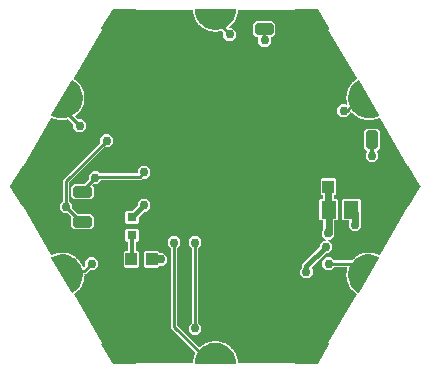
<source format=gbr>
G04 EAGLE Gerber RS-274X export*
G75*
%MOMM*%
%FSLAX34Y34*%
%LPD*%
%INTop Copper*%
%IPPOS*%
%AMOC8*
5,1,8,0,0,1.08239X$1,22.5*%
G01*
%ADD10R,1.300000X1.500000*%
%ADD11R,1.000000X1.100000*%
%ADD12C,0.499997*%
%ADD13C,1.000000*%
%ADD14R,0.800000X0.800000*%
%ADD15C,0.457200*%
%ADD16C,0.756400*%
%ADD17C,0.609600*%
%ADD18C,0.254000*%
%ADD19C,0.355600*%

G36*
X278630Y195708D02*
X278630Y195708D01*
X278658Y195706D01*
X278726Y195728D01*
X278797Y195742D01*
X278820Y195758D01*
X278847Y195767D01*
X278902Y195814D01*
X278961Y195855D01*
X278976Y195879D01*
X278998Y195897D01*
X279029Y195962D01*
X279068Y196022D01*
X279073Y196050D01*
X279085Y196076D01*
X279094Y196177D01*
X279101Y196219D01*
X279099Y196229D01*
X279100Y196242D01*
X279043Y196957D01*
X326766Y196957D01*
X326849Y196974D01*
X326933Y196985D01*
X326947Y196993D01*
X326962Y196996D01*
X327033Y197044D01*
X327105Y197087D01*
X327115Y197100D01*
X327128Y197109D01*
X327174Y197180D01*
X327225Y197248D01*
X327229Y197265D01*
X327237Y197277D01*
X327247Y197332D01*
X327271Y197422D01*
X327349Y198359D01*
X327341Y198425D01*
X327343Y198492D01*
X327329Y198527D01*
X327326Y198558D01*
X327302Y198601D01*
X327279Y198660D01*
X327265Y198684D01*
X327420Y199294D01*
X327421Y199332D01*
X327433Y199376D01*
X327485Y200003D01*
X327506Y200021D01*
X327548Y200073D01*
X327596Y200119D01*
X327611Y200153D01*
X327631Y200178D01*
X327644Y200225D01*
X327670Y200283D01*
X327961Y201433D01*
X327964Y201499D01*
X327977Y201565D01*
X327969Y201601D01*
X327971Y201633D01*
X327954Y201679D01*
X327942Y201742D01*
X327932Y201767D01*
X328185Y202343D01*
X328186Y202347D01*
X328187Y202350D01*
X328192Y202377D01*
X328193Y202380D01*
X328212Y202422D01*
X328366Y203032D01*
X328390Y203046D01*
X328439Y203091D01*
X328494Y203129D01*
X328515Y203160D01*
X328538Y203181D01*
X328559Y203225D01*
X328595Y203278D01*
X329071Y204364D01*
X329073Y204372D01*
X329077Y204379D01*
X329087Y204435D01*
X329108Y204491D01*
X329107Y204529D01*
X329114Y204559D01*
X329112Y204570D01*
X329113Y204576D01*
X329104Y204613D01*
X329103Y204671D01*
X329097Y204698D01*
X329161Y204796D01*
X329180Y204844D01*
X329207Y204886D01*
X329208Y204888D01*
X329210Y204892D01*
X329218Y204938D01*
X329235Y204983D01*
X329235Y205036D01*
X329243Y205083D01*
X329243Y205084D01*
X329244Y205089D01*
X329233Y205135D01*
X329232Y205183D01*
X329210Y205232D01*
X329201Y205270D01*
X329199Y205279D01*
X329198Y205284D01*
X329168Y205328D01*
X329151Y205366D01*
X329122Y205393D01*
X329095Y205432D01*
X308355Y226172D01*
X308355Y293530D01*
X308354Y293538D01*
X308355Y293545D01*
X308334Y293635D01*
X308316Y293726D01*
X308311Y293733D01*
X308309Y293740D01*
X308207Y293888D01*
X305843Y296252D01*
X305843Y300648D01*
X308952Y303757D01*
X313348Y303757D01*
X316457Y300648D01*
X316457Y296252D01*
X314093Y293888D01*
X314089Y293882D01*
X314083Y293877D01*
X314034Y293799D01*
X313982Y293721D01*
X313981Y293714D01*
X313977Y293707D01*
X313945Y293530D01*
X313945Y228698D01*
X313946Y228690D01*
X313945Y228682D01*
X313966Y228592D01*
X313984Y228501D01*
X313989Y228495D01*
X313991Y228487D01*
X314093Y228339D01*
X332386Y210046D01*
X332448Y210005D01*
X332505Y209958D01*
X332531Y209950D01*
X332553Y209935D01*
X332626Y209921D01*
X332697Y209900D01*
X332724Y209903D01*
X332750Y209898D01*
X332823Y209913D01*
X332897Y209921D01*
X332922Y209934D01*
X332946Y209939D01*
X332990Y209970D01*
X333056Y210005D01*
X333279Y210178D01*
X333304Y210207D01*
X333341Y210235D01*
X333767Y210698D01*
X333794Y210699D01*
X333859Y210715D01*
X333925Y210722D01*
X333958Y210739D01*
X333989Y210746D01*
X334028Y210776D01*
X334085Y210805D01*
X335020Y211533D01*
X335064Y211584D01*
X335114Y211628D01*
X335130Y211662D01*
X335151Y211685D01*
X335166Y211732D01*
X335195Y211789D01*
X335203Y211815D01*
X335756Y212115D01*
X335785Y212139D01*
X335826Y212160D01*
X336322Y212547D01*
X336349Y212543D01*
X336416Y212548D01*
X336482Y212544D01*
X336518Y212556D01*
X336549Y212558D01*
X336593Y212581D01*
X336654Y212601D01*
X337696Y213165D01*
X337747Y213208D01*
X337804Y213243D01*
X337826Y213273D01*
X337850Y213293D01*
X337873Y213337D01*
X337910Y213388D01*
X337923Y213413D01*
X338517Y213617D01*
X338550Y213636D01*
X338594Y213651D01*
X339147Y213950D01*
X339173Y213942D01*
X339240Y213936D01*
X339305Y213921D01*
X339342Y213927D01*
X339373Y213924D01*
X339420Y213939D01*
X339483Y213949D01*
X340604Y214333D01*
X340662Y214367D01*
X340723Y214393D01*
X340750Y214419D01*
X340777Y214435D01*
X340807Y214474D01*
X340852Y214519D01*
X340868Y214541D01*
X341489Y214644D01*
X341524Y214658D01*
X341570Y214665D01*
X342165Y214869D01*
X342189Y214857D01*
X342254Y214840D01*
X342315Y214815D01*
X342353Y214814D01*
X342383Y214806D01*
X342432Y214813D01*
X342496Y214812D01*
X343665Y215008D01*
X343727Y215031D01*
X343792Y215046D01*
X343823Y215068D01*
X343852Y215079D01*
X343887Y215113D01*
X343940Y215149D01*
X343959Y215169D01*
X344588Y215169D01*
X344626Y215176D01*
X344672Y215176D01*
X345292Y215279D01*
X345315Y215263D01*
X345375Y215236D01*
X345432Y215201D01*
X345469Y215194D01*
X345497Y215181D01*
X345547Y215180D01*
X345609Y215169D01*
X346795Y215169D01*
X346860Y215182D01*
X346927Y215186D01*
X346960Y215202D01*
X346991Y215208D01*
X347032Y215236D01*
X347089Y215263D01*
X347112Y215279D01*
X347732Y215176D01*
X347770Y215177D01*
X347816Y215169D01*
X348445Y215169D01*
X348464Y215149D01*
X348519Y215112D01*
X348570Y215068D01*
X348605Y215056D01*
X348631Y215038D01*
X348679Y215029D01*
X348739Y215008D01*
X349908Y214812D01*
X349975Y214815D01*
X350041Y214808D01*
X350077Y214818D01*
X350109Y214819D01*
X350153Y214840D01*
X350215Y214857D01*
X350239Y214869D01*
X350834Y214665D01*
X350872Y214660D01*
X350915Y214644D01*
X351536Y214541D01*
X351552Y214519D01*
X351600Y214473D01*
X351643Y214421D01*
X351675Y214403D01*
X351698Y214382D01*
X351744Y214365D01*
X351800Y214333D01*
X352921Y213949D01*
X352987Y213940D01*
X353051Y213922D01*
X353089Y213926D01*
X353120Y213922D01*
X353167Y213935D01*
X353231Y213942D01*
X353257Y213950D01*
X353810Y213651D01*
X353846Y213640D01*
X353887Y213617D01*
X354481Y213413D01*
X354494Y213388D01*
X354534Y213335D01*
X354567Y213277D01*
X354596Y213254D01*
X354615Y213229D01*
X354658Y213205D01*
X354708Y213165D01*
X355750Y212601D01*
X355814Y212581D01*
X355875Y212553D01*
X355912Y212551D01*
X355942Y212542D01*
X355991Y212547D01*
X356055Y212543D01*
X356082Y212547D01*
X356578Y212160D01*
X356612Y212143D01*
X356648Y212115D01*
X357201Y211815D01*
X357209Y211789D01*
X357241Y211730D01*
X357264Y211668D01*
X357288Y211640D01*
X357303Y211612D01*
X357341Y211581D01*
X357384Y211533D01*
X358319Y210805D01*
X358379Y210776D01*
X358434Y210738D01*
X358471Y210730D01*
X358499Y210716D01*
X358548Y210713D01*
X358610Y210699D01*
X358637Y210698D01*
X359063Y210235D01*
X359094Y210213D01*
X359125Y210178D01*
X359621Y209792D01*
X359625Y209765D01*
X359646Y209701D01*
X359658Y209636D01*
X359678Y209605D01*
X359688Y209575D01*
X359721Y209538D01*
X359755Y209484D01*
X360558Y208612D01*
X360612Y208573D01*
X360660Y208526D01*
X360694Y208512D01*
X360720Y208494D01*
X360768Y208483D01*
X360827Y208459D01*
X360854Y208453D01*
X361198Y207927D01*
X361224Y207900D01*
X361249Y207861D01*
X361675Y207398D01*
X361674Y207370D01*
X361684Y207305D01*
X361686Y207238D01*
X361700Y207204D01*
X361705Y207172D01*
X361731Y207131D01*
X361756Y207072D01*
X362404Y206080D01*
X362451Y206032D01*
X362491Y205979D01*
X362523Y205959D01*
X362545Y205937D01*
X362590Y205918D01*
X362645Y205884D01*
X362670Y205874D01*
X362923Y205299D01*
X362945Y205268D01*
X362963Y205225D01*
X363307Y204698D01*
X363301Y204671D01*
X363301Y204607D01*
X363291Y204555D01*
X363293Y204549D01*
X363291Y204539D01*
X363300Y204503D01*
X363300Y204471D01*
X363318Y204426D01*
X363333Y204364D01*
X363809Y203278D01*
X363848Y203223D01*
X363878Y203164D01*
X363906Y203140D01*
X363924Y203114D01*
X363966Y203088D01*
X364014Y203046D01*
X364038Y203032D01*
X364192Y202422D01*
X364209Y202388D01*
X364219Y202343D01*
X364472Y201767D01*
X364462Y201742D01*
X364450Y201676D01*
X364430Y201612D01*
X364433Y201575D01*
X364427Y201544D01*
X364438Y201496D01*
X364443Y201433D01*
X364734Y200283D01*
X364763Y200223D01*
X364783Y200160D01*
X364807Y200131D01*
X364820Y200103D01*
X364857Y200070D01*
X364898Y200021D01*
X364919Y200003D01*
X364971Y199376D01*
X364981Y199340D01*
X364984Y199294D01*
X365139Y198684D01*
X365125Y198661D01*
X365103Y198598D01*
X365072Y198538D01*
X365069Y198501D01*
X365058Y198471D01*
X365061Y198423D01*
X365055Y198359D01*
X365133Y197422D01*
X365156Y197341D01*
X365175Y197258D01*
X365184Y197245D01*
X365188Y197230D01*
X365242Y197164D01*
X365291Y197095D01*
X365304Y197086D01*
X365314Y197074D01*
X365389Y197033D01*
X365461Y196989D01*
X365478Y196986D01*
X365491Y196979D01*
X365547Y196973D01*
X365638Y196957D01*
X413361Y196957D01*
X413304Y196242D01*
X413308Y196213D01*
X413303Y196185D01*
X413320Y196116D01*
X413328Y196044D01*
X413343Y196020D01*
X413349Y195992D01*
X413392Y195934D01*
X413428Y195872D01*
X413450Y195855D01*
X413467Y195832D01*
X413529Y195795D01*
X413586Y195752D01*
X413614Y195745D01*
X413638Y195730D01*
X413738Y195714D01*
X413779Y195703D01*
X413789Y195705D01*
X413802Y195703D01*
X432802Y195703D01*
X432878Y195718D01*
X432956Y195727D01*
X432975Y195738D01*
X432997Y195742D01*
X433061Y195786D01*
X433129Y195825D01*
X433145Y195844D01*
X433161Y195855D01*
X433185Y195893D01*
X433235Y195953D01*
X442735Y212453D01*
X442744Y212480D01*
X442760Y212504D01*
X442775Y212574D01*
X442798Y212642D01*
X442795Y212670D01*
X442801Y212698D01*
X442788Y212769D01*
X442782Y212840D01*
X442769Y212865D01*
X442763Y212893D01*
X442723Y212953D01*
X442690Y213016D01*
X442668Y213034D01*
X442652Y213058D01*
X442569Y213116D01*
X442537Y213143D01*
X442526Y213146D01*
X442516Y213153D01*
X441888Y213450D01*
X465740Y254764D01*
X465767Y254844D01*
X465799Y254922D01*
X465799Y254938D01*
X465804Y254954D01*
X465798Y255038D01*
X465797Y255123D01*
X465791Y255137D01*
X465789Y255154D01*
X465751Y255229D01*
X465718Y255307D01*
X465705Y255319D01*
X465699Y255332D01*
X465656Y255369D01*
X465590Y255434D01*
X464810Y255976D01*
X464749Y256002D01*
X464692Y256037D01*
X464655Y256043D01*
X464626Y256055D01*
X464577Y256056D01*
X464514Y256066D01*
X464486Y256066D01*
X464036Y256505D01*
X464004Y256526D01*
X463971Y256558D01*
X463455Y256917D01*
X463450Y256944D01*
X463425Y257006D01*
X463409Y257071D01*
X463388Y257101D01*
X463376Y257130D01*
X463342Y257165D01*
X463305Y257217D01*
X462458Y258042D01*
X462402Y258078D01*
X462351Y258122D01*
X462316Y258134D01*
X462289Y258151D01*
X462241Y258159D01*
X462181Y258180D01*
X462153Y258184D01*
X461781Y258691D01*
X461753Y258717D01*
X461726Y258755D01*
X461276Y259193D01*
X461276Y259221D01*
X461262Y259286D01*
X461256Y259352D01*
X461240Y259386D01*
X461233Y259417D01*
X461205Y259457D01*
X461177Y259514D01*
X460478Y260467D01*
X460428Y260512D01*
X460386Y260563D01*
X460353Y260581D01*
X460330Y260602D01*
X460283Y260619D01*
X460227Y260649D01*
X460201Y260658D01*
X459918Y261219D01*
X459894Y261249D01*
X459874Y261290D01*
X459502Y261797D01*
X459506Y261825D01*
X459504Y261866D01*
X459509Y261895D01*
X459505Y261914D01*
X459509Y261958D01*
X459498Y261993D01*
X459496Y262025D01*
X459475Y262069D01*
X459457Y262130D01*
X458924Y263185D01*
X458883Y263238D01*
X458849Y263295D01*
X458819Y263318D01*
X458800Y263343D01*
X458757Y263367D01*
X458707Y263406D01*
X458682Y263419D01*
X458495Y264019D01*
X458477Y264052D01*
X458464Y264097D01*
X458180Y264658D01*
X458189Y264684D01*
X458197Y264750D01*
X458213Y264815D01*
X458209Y264852D01*
X458212Y264883D01*
X458199Y264930D01*
X458191Y264994D01*
X457839Y266122D01*
X457829Y266140D01*
X457827Y266149D01*
X457815Y266166D01*
X457807Y266181D01*
X457783Y266243D01*
X457758Y266270D01*
X457742Y266298D01*
X457704Y266328D01*
X457661Y266375D01*
X457639Y266392D01*
X457553Y267015D01*
X457540Y267051D01*
X457535Y267097D01*
X457347Y267697D01*
X457360Y267721D01*
X457377Y267780D01*
X457380Y267785D01*
X457382Y267792D01*
X457406Y267846D01*
X457407Y267884D01*
X457416Y267914D01*
X457411Y267957D01*
X457416Y267982D01*
X457412Y267999D01*
X457413Y268026D01*
X457252Y269197D01*
X457230Y269260D01*
X457216Y269326D01*
X457196Y269357D01*
X457186Y269387D01*
X457153Y269423D01*
X457118Y269477D01*
X457099Y269497D01*
X457117Y270125D01*
X457110Y270163D01*
X457112Y270209D01*
X457026Y270832D01*
X457043Y270854D01*
X457072Y270914D01*
X457109Y270969D01*
X457116Y271006D01*
X457130Y271034D01*
X457132Y271083D01*
X457146Y271146D01*
X457179Y272327D01*
X457168Y272393D01*
X457165Y272460D01*
X457150Y272494D01*
X457145Y272525D01*
X457119Y272566D01*
X457093Y272625D01*
X457077Y272648D01*
X457198Y273265D01*
X457198Y273303D01*
X457208Y273348D01*
X457225Y273977D01*
X457245Y273995D01*
X457284Y274050D01*
X457329Y274099D01*
X457343Y274134D01*
X457361Y274159D01*
X457372Y274207D01*
X457395Y274267D01*
X457622Y275427D01*
X457622Y275493D01*
X457630Y275559D01*
X457621Y275596D01*
X457621Y275627D01*
X457602Y275672D01*
X457586Y275734D01*
X457575Y275759D01*
X457796Y276348D01*
X457802Y276386D01*
X457819Y276429D01*
X457960Y277148D01*
X457981Y277181D01*
X457990Y277229D01*
X458008Y277275D01*
X458008Y277327D01*
X458017Y277378D01*
X458006Y277426D01*
X458006Y277476D01*
X457985Y277523D01*
X457973Y277574D01*
X457945Y277614D01*
X457925Y277659D01*
X457887Y277695D01*
X457857Y277737D01*
X457816Y277763D01*
X457780Y277797D01*
X457731Y277816D01*
X457687Y277843D01*
X457633Y277853D01*
X457592Y277868D01*
X457555Y277867D01*
X457510Y277875D01*
X446880Y277875D01*
X446872Y277874D01*
X446865Y277875D01*
X446775Y277854D01*
X446684Y277836D01*
X446677Y277831D01*
X446670Y277829D01*
X446522Y277727D01*
X444158Y275363D01*
X439762Y275363D01*
X436653Y278472D01*
X436653Y282868D01*
X439762Y285977D01*
X444158Y285977D01*
X446522Y283613D01*
X446528Y283609D01*
X446533Y283603D01*
X446611Y283554D01*
X446688Y283502D01*
X446696Y283501D01*
X446703Y283497D01*
X446880Y283465D01*
X461416Y283465D01*
X461448Y283471D01*
X461480Y283469D01*
X461546Y283491D01*
X461613Y283504D01*
X461640Y283522D01*
X461670Y283533D01*
X461733Y283586D01*
X461779Y283617D01*
X461790Y283634D01*
X461808Y283649D01*
X461860Y283713D01*
X461892Y283772D01*
X461931Y283826D01*
X461940Y283862D01*
X461955Y283890D01*
X461959Y283939D01*
X461975Y284000D01*
X461977Y284028D01*
X462451Y284441D01*
X462475Y284471D01*
X462510Y284501D01*
X462910Y284986D01*
X462937Y284988D01*
X463001Y285008D01*
X463067Y285018D01*
X463099Y285037D01*
X463129Y285047D01*
X463167Y285078D01*
X463222Y285111D01*
X464114Y285886D01*
X464154Y285939D01*
X464202Y285986D01*
X464217Y286020D01*
X464236Y286045D01*
X464249Y286093D01*
X464274Y286151D01*
X464281Y286178D01*
X464817Y286507D01*
X464844Y286533D01*
X464884Y286556D01*
X465359Y286969D01*
X465386Y286967D01*
X465452Y286976D01*
X465519Y286975D01*
X465553Y286989D01*
X465585Y286993D01*
X465627Y287018D01*
X465687Y287041D01*
X466694Y287659D01*
X466743Y287705D01*
X466798Y287743D01*
X466818Y287774D01*
X466841Y287796D01*
X466861Y287841D01*
X466896Y287894D01*
X466907Y287919D01*
X467490Y288156D01*
X467521Y288177D01*
X467564Y288193D01*
X468100Y288522D01*
X468127Y288516D01*
X468194Y288514D01*
X468259Y288502D01*
X468296Y288510D01*
X468327Y288509D01*
X468373Y288526D01*
X468436Y288539D01*
X469531Y288983D01*
X469587Y289020D01*
X469647Y289049D01*
X469672Y289077D01*
X469699Y289094D01*
X469726Y289135D01*
X469769Y289182D01*
X469784Y289205D01*
X470398Y289342D01*
X470432Y289357D01*
X470478Y289367D01*
X471060Y289603D01*
X471086Y289592D01*
X471151Y289579D01*
X471214Y289557D01*
X471251Y289559D01*
X471282Y289552D01*
X471330Y289562D01*
X471394Y289565D01*
X472548Y289822D01*
X472609Y289849D01*
X472673Y289868D01*
X472702Y289891D01*
X472731Y289904D01*
X472764Y289940D01*
X472815Y289979D01*
X472833Y289999D01*
X473461Y290033D01*
X473498Y290043D01*
X473544Y290045D01*
X474158Y290182D01*
X474181Y290167D01*
X474243Y290143D01*
X474302Y290111D01*
X474339Y290107D01*
X474368Y290095D01*
X474417Y290097D01*
X474481Y290089D01*
X475661Y290153D01*
X475725Y290170D01*
X475792Y290178D01*
X475824Y290196D01*
X475855Y290204D01*
X475894Y290233D01*
X475950Y290264D01*
X475972Y290281D01*
X476597Y290211D01*
X476635Y290215D01*
X476680Y290209D01*
X477308Y290243D01*
X477329Y290225D01*
X477386Y290191D01*
X477439Y290150D01*
X477474Y290139D01*
X477502Y290123D01*
X477550Y290117D01*
X477611Y290098D01*
X478786Y289968D01*
X478853Y289973D01*
X478919Y289970D01*
X478955Y289982D01*
X478986Y289985D01*
X479029Y290008D01*
X479090Y290029D01*
X479114Y290042D01*
X479719Y289871D01*
X479757Y289868D01*
X479801Y289855D01*
X480426Y289785D01*
X480443Y289763D01*
X480494Y289721D01*
X480539Y289671D01*
X480573Y289655D01*
X480597Y289635D01*
X480644Y289620D01*
X480701Y289592D01*
X481838Y289270D01*
X481905Y289265D01*
X481970Y289251D01*
X482007Y289257D01*
X482038Y289254D01*
X482085Y289270D01*
X482148Y289280D01*
X482174Y289290D01*
X482742Y289021D01*
X482779Y289012D01*
X482821Y288991D01*
X483426Y288820D01*
X483439Y288796D01*
X483482Y288745D01*
X483519Y288689D01*
X483549Y288667D01*
X483569Y288644D01*
X483613Y288622D01*
X483665Y288584D01*
X484500Y288190D01*
X484583Y288169D01*
X484664Y288144D01*
X484680Y288145D01*
X484695Y288141D01*
X484779Y288155D01*
X484863Y288163D01*
X484877Y288170D01*
X484893Y288172D01*
X484965Y288217D01*
X485040Y288257D01*
X485051Y288270D01*
X485064Y288278D01*
X485096Y288323D01*
X485156Y288395D01*
X509010Y329711D01*
X509618Y329291D01*
X509645Y329280D01*
X509667Y329261D01*
X509736Y329241D01*
X509801Y329213D01*
X509830Y329213D01*
X509858Y329205D01*
X509929Y329213D01*
X510000Y329213D01*
X510027Y329224D01*
X510056Y329227D01*
X510118Y329262D01*
X510183Y329290D01*
X510204Y329310D01*
X510229Y329325D01*
X510292Y329402D01*
X510322Y329432D01*
X510326Y329442D01*
X510335Y329453D01*
X519835Y345953D01*
X519845Y345985D01*
X519854Y345998D01*
X519858Y346022D01*
X519859Y346026D01*
X519890Y346096D01*
X519890Y346120D01*
X519898Y346142D01*
X519892Y346218D01*
X519893Y346295D01*
X519883Y346319D01*
X519882Y346340D01*
X519861Y346379D01*
X519835Y346451D01*
X510335Y362951D01*
X510316Y362973D01*
X510303Y362999D01*
X510250Y363047D01*
X510203Y363100D01*
X510177Y363113D01*
X510156Y363132D01*
X510088Y363155D01*
X510024Y363186D01*
X509995Y363188D01*
X509968Y363197D01*
X509896Y363192D01*
X509825Y363195D01*
X509798Y363185D01*
X509769Y363183D01*
X509679Y363141D01*
X509639Y363126D01*
X509631Y363119D01*
X509618Y363113D01*
X509010Y362693D01*
X485156Y404009D01*
X485100Y404073D01*
X485048Y404140D01*
X485034Y404148D01*
X485024Y404160D01*
X484947Y404197D01*
X484873Y404238D01*
X484858Y404240D01*
X484843Y404247D01*
X484759Y404252D01*
X484674Y404261D01*
X484658Y404257D01*
X484643Y404258D01*
X484590Y404239D01*
X484500Y404214D01*
X483665Y403820D01*
X483612Y403780D01*
X483553Y403747D01*
X483530Y403719D01*
X483504Y403700D01*
X483480Y403658D01*
X483439Y403608D01*
X483426Y403584D01*
X482821Y403413D01*
X482787Y403395D01*
X482742Y403383D01*
X482174Y403115D01*
X482148Y403124D01*
X482082Y403133D01*
X482018Y403152D01*
X481981Y403148D01*
X481949Y403153D01*
X481902Y403140D01*
X481838Y403134D01*
X480701Y402812D01*
X480642Y402781D01*
X480579Y402759D01*
X480551Y402735D01*
X480523Y402720D01*
X480491Y402682D01*
X480443Y402641D01*
X480426Y402619D01*
X479801Y402549D01*
X479765Y402538D01*
X479719Y402533D01*
X479114Y402362D01*
X479090Y402375D01*
X479026Y402396D01*
X478966Y402424D01*
X478929Y402427D01*
X478899Y402436D01*
X478850Y402432D01*
X478786Y402436D01*
X477611Y402306D01*
X477548Y402285D01*
X477482Y402274D01*
X477450Y402254D01*
X477420Y402245D01*
X477383Y402213D01*
X477329Y402179D01*
X477308Y402161D01*
X476680Y402195D01*
X476643Y402190D01*
X476597Y402193D01*
X475972Y402123D01*
X475950Y402140D01*
X475891Y402171D01*
X475836Y402209D01*
X475800Y402218D01*
X475772Y402232D01*
X475723Y402236D01*
X475661Y402251D01*
X474481Y402315D01*
X474414Y402305D01*
X474348Y402305D01*
X474313Y402291D01*
X474282Y402286D01*
X474240Y402261D01*
X474181Y402237D01*
X474158Y402222D01*
X473544Y402359D01*
X473506Y402360D01*
X473461Y402371D01*
X472833Y402405D01*
X472815Y402425D01*
X472761Y402465D01*
X472714Y402512D01*
X472679Y402526D01*
X472654Y402545D01*
X472606Y402557D01*
X472548Y402582D01*
X471394Y402839D01*
X471327Y402841D01*
X471261Y402851D01*
X471225Y402843D01*
X471193Y402844D01*
X471148Y402826D01*
X471086Y402812D01*
X471060Y402801D01*
X470478Y403037D01*
X470440Y403044D01*
X470398Y403062D01*
X469784Y403199D01*
X469769Y403222D01*
X469723Y403271D01*
X469684Y403324D01*
X469652Y403344D01*
X469630Y403367D01*
X469585Y403387D01*
X469531Y403421D01*
X468436Y403865D01*
X468370Y403877D01*
X468307Y403898D01*
X468270Y403896D01*
X468239Y403902D01*
X468191Y403892D01*
X468127Y403888D01*
X468100Y403882D01*
X467564Y404211D01*
X467529Y404224D01*
X467490Y404248D01*
X466907Y404485D01*
X466896Y404510D01*
X466859Y404565D01*
X466829Y404625D01*
X466801Y404649D01*
X466783Y404675D01*
X466742Y404702D01*
X466694Y404745D01*
X465687Y405363D01*
X465641Y405380D01*
X465601Y405404D01*
X465583Y405408D01*
X465565Y405417D01*
X465528Y405421D01*
X465498Y405432D01*
X465458Y405430D01*
X465424Y405436D01*
X465399Y405436D01*
X465395Y405436D01*
X465386Y405437D01*
X465359Y405435D01*
X464884Y405848D01*
X464851Y405866D01*
X464817Y405897D01*
X464281Y406226D01*
X464274Y406253D01*
X464246Y406313D01*
X464227Y406377D01*
X464203Y406406D01*
X464190Y406435D01*
X464154Y406468D01*
X464114Y406518D01*
X463222Y407293D01*
X463164Y407326D01*
X463111Y407367D01*
X463075Y407377D01*
X463047Y407392D01*
X462999Y407398D01*
X462937Y407416D01*
X462910Y407418D01*
X462510Y407903D01*
X462480Y407927D01*
X462451Y407963D01*
X461977Y408376D01*
X461975Y408404D01*
X461957Y408468D01*
X461948Y408534D01*
X461930Y408566D01*
X461922Y408597D01*
X461891Y408635D01*
X461860Y408691D01*
X461209Y409481D01*
X461186Y409499D01*
X461169Y409524D01*
X461109Y409562D01*
X461054Y409607D01*
X461025Y409616D01*
X461000Y409631D01*
X460930Y409643D01*
X460861Y409663D01*
X460831Y409660D01*
X460802Y409665D01*
X460733Y409649D01*
X460662Y409641D01*
X460636Y409626D01*
X460607Y409619D01*
X460536Y409570D01*
X460487Y409543D01*
X460476Y409529D01*
X460459Y409517D01*
X460143Y409201D01*
X460115Y409173D01*
X460111Y409166D01*
X460105Y409162D01*
X460056Y409083D01*
X460004Y409006D01*
X460003Y408998D01*
X459999Y408992D01*
X459967Y408814D01*
X459967Y408012D01*
X456858Y404903D01*
X452462Y404903D01*
X449353Y408012D01*
X449353Y412408D01*
X452462Y415517D01*
X456858Y415517D01*
X456988Y415387D01*
X457031Y415358D01*
X457068Y415322D01*
X457114Y415303D01*
X457155Y415276D01*
X457206Y415266D01*
X457254Y415247D01*
X457303Y415247D01*
X457352Y415238D01*
X457403Y415249D01*
X457454Y415250D01*
X457500Y415270D01*
X457548Y415280D01*
X457591Y415309D01*
X457638Y415330D01*
X457672Y415366D01*
X457713Y415394D01*
X457740Y415438D01*
X457776Y415475D01*
X457794Y415522D01*
X457820Y415563D01*
X457829Y415614D01*
X457847Y415663D01*
X457846Y415718D01*
X457854Y415761D01*
X457845Y415797D01*
X457845Y415843D01*
X457819Y415975D01*
X457804Y416010D01*
X457796Y416056D01*
X457575Y416645D01*
X457586Y416670D01*
X457601Y416735D01*
X457625Y416797D01*
X457624Y416834D01*
X457631Y416865D01*
X457623Y416913D01*
X457622Y416977D01*
X457395Y418137D01*
X457369Y418199D01*
X457352Y418263D01*
X457330Y418293D01*
X457318Y418323D01*
X457283Y418357D01*
X457245Y418409D01*
X457225Y418427D01*
X457208Y419056D01*
X457199Y419093D01*
X457198Y419139D01*
X457077Y419756D01*
X457093Y419779D01*
X457118Y419841D01*
X457152Y419898D01*
X457158Y419935D01*
X457170Y419964D01*
X457169Y420013D01*
X457179Y420077D01*
X457146Y421258D01*
X457131Y421323D01*
X457124Y421390D01*
X457108Y421423D01*
X457100Y421454D01*
X457072Y421493D01*
X457043Y421550D01*
X457026Y421572D01*
X457112Y422195D01*
X457110Y422233D01*
X457117Y422279D01*
X457099Y422907D01*
X457118Y422927D01*
X457153Y422984D01*
X457196Y423035D01*
X457207Y423071D01*
X457224Y423097D01*
X457232Y423146D01*
X457252Y423207D01*
X457413Y424378D01*
X457409Y424444D01*
X457414Y424511D01*
X457403Y424546D01*
X457401Y424578D01*
X457379Y424622D01*
X457360Y424683D01*
X457347Y424707D01*
X457535Y425307D01*
X457539Y425345D01*
X457553Y425389D01*
X457639Y426012D01*
X457661Y426029D01*
X457705Y426078D01*
X457755Y426122D01*
X457773Y426155D01*
X457794Y426179D01*
X457809Y426225D01*
X457839Y426282D01*
X458191Y427410D01*
X458198Y427477D01*
X458214Y427542D01*
X458208Y427578D01*
X458212Y427610D01*
X458197Y427657D01*
X458189Y427720D01*
X458180Y427746D01*
X458464Y428307D01*
X458474Y428344D01*
X458495Y428385D01*
X458682Y428985D01*
X458707Y428998D01*
X458759Y429040D01*
X458815Y429075D01*
X458838Y429104D01*
X458862Y429124D01*
X458886Y429168D01*
X458924Y429219D01*
X459457Y430274D01*
X459475Y430338D01*
X459501Y430399D01*
X459502Y430437D01*
X459510Y430467D01*
X459504Y430516D01*
X459506Y430579D01*
X459502Y430607D01*
X459874Y431114D01*
X459890Y431148D01*
X459918Y431185D01*
X460201Y431746D01*
X460227Y431755D01*
X460285Y431788D01*
X460347Y431813D01*
X460374Y431838D01*
X460401Y431854D01*
X460431Y431893D01*
X460478Y431937D01*
X461177Y432890D01*
X461205Y432950D01*
X461241Y433006D01*
X461248Y433043D01*
X461262Y433072D01*
X461263Y433120D01*
X461276Y433183D01*
X461276Y433211D01*
X461726Y433649D01*
X461748Y433681D01*
X461781Y433713D01*
X462153Y434220D01*
X462181Y434224D01*
X462243Y434247D01*
X462308Y434261D01*
X462339Y434282D01*
X462369Y434293D01*
X462405Y434326D01*
X462458Y434362D01*
X463305Y435187D01*
X463342Y435242D01*
X463387Y435291D01*
X463400Y435326D01*
X463418Y435352D01*
X463428Y435400D01*
X463450Y435460D01*
X463455Y435487D01*
X463971Y435846D01*
X463998Y435873D01*
X464036Y435899D01*
X464486Y436338D01*
X464514Y436338D01*
X464579Y436350D01*
X464646Y436353D01*
X464680Y436369D01*
X464711Y436375D01*
X464752Y436402D01*
X464810Y436428D01*
X465590Y436970D01*
X465649Y437031D01*
X465659Y437038D01*
X465663Y437045D01*
X465711Y437088D01*
X465718Y437103D01*
X465729Y437115D01*
X465758Y437190D01*
X465769Y437206D01*
X465771Y437218D01*
X465795Y437270D01*
X465795Y437287D01*
X465801Y437302D01*
X465799Y437373D01*
X465804Y437404D01*
X465800Y437424D01*
X465801Y437471D01*
X465795Y437487D01*
X465795Y437502D01*
X465772Y437553D01*
X465770Y437558D01*
X465761Y437599D01*
X465749Y437615D01*
X465740Y437640D01*
X441888Y478954D01*
X442516Y479251D01*
X442538Y479268D01*
X442565Y479278D01*
X442617Y479327D01*
X442675Y479370D01*
X442689Y479395D01*
X442710Y479414D01*
X442739Y479480D01*
X442775Y479542D01*
X442778Y479570D01*
X442790Y479596D01*
X442791Y479668D01*
X442800Y479739D01*
X442792Y479766D01*
X442793Y479795D01*
X442757Y479890D01*
X442746Y479930D01*
X442739Y479939D01*
X442735Y479951D01*
X433235Y496451D01*
X433183Y496510D01*
X433137Y496572D01*
X433118Y496583D01*
X433103Y496600D01*
X433033Y496634D01*
X432966Y496674D01*
X432942Y496678D01*
X432924Y496686D01*
X432879Y496688D01*
X432802Y496701D01*
X413802Y496701D01*
X413774Y496696D01*
X413746Y496698D01*
X413678Y496676D01*
X413607Y496662D01*
X413584Y496646D01*
X413557Y496637D01*
X413502Y496590D01*
X413443Y496549D01*
X413428Y496525D01*
X413407Y496507D01*
X413375Y496442D01*
X413336Y496382D01*
X413331Y496354D01*
X413319Y496328D01*
X413310Y496227D01*
X413303Y496185D01*
X413305Y496175D01*
X413304Y496162D01*
X413361Y495447D01*
X365638Y495447D01*
X365555Y495430D01*
X365471Y495419D01*
X365457Y495411D01*
X365442Y495408D01*
X365371Y495360D01*
X365299Y495317D01*
X365289Y495304D01*
X365276Y495295D01*
X365230Y495224D01*
X365179Y495156D01*
X365175Y495139D01*
X365167Y495127D01*
X365157Y495072D01*
X365133Y494982D01*
X365055Y494045D01*
X365063Y493979D01*
X365061Y493912D01*
X365075Y493877D01*
X365078Y493846D01*
X365102Y493803D01*
X365125Y493743D01*
X365139Y493720D01*
X364984Y493110D01*
X364983Y493072D01*
X364971Y493028D01*
X364919Y492401D01*
X364898Y492383D01*
X364856Y492331D01*
X364808Y492285D01*
X364793Y492251D01*
X364773Y492226D01*
X364760Y492179D01*
X364734Y492121D01*
X364443Y490971D01*
X364440Y490905D01*
X364427Y490839D01*
X364435Y490803D01*
X364433Y490771D01*
X364450Y490725D01*
X364462Y490662D01*
X364472Y490637D01*
X364219Y490061D01*
X364211Y490024D01*
X364192Y489982D01*
X364038Y489372D01*
X364014Y489358D01*
X363965Y489313D01*
X363910Y489275D01*
X363889Y489245D01*
X363866Y489223D01*
X363845Y489179D01*
X363809Y489126D01*
X363333Y488040D01*
X363319Y487975D01*
X363296Y487913D01*
X363297Y487875D01*
X363290Y487845D01*
X363299Y487796D01*
X363301Y487733D01*
X363307Y487706D01*
X362963Y487179D01*
X362949Y487144D01*
X362923Y487105D01*
X362670Y486530D01*
X362645Y486520D01*
X362589Y486484D01*
X362528Y486455D01*
X362503Y486428D01*
X362476Y486411D01*
X362448Y486371D01*
X362404Y486324D01*
X361756Y485332D01*
X361737Y485284D01*
X361722Y485262D01*
X361720Y485251D01*
X361699Y485212D01*
X361693Y485175D01*
X361682Y485146D01*
X361683Y485097D01*
X361674Y485034D01*
X361675Y485006D01*
X361249Y484543D01*
X361229Y484511D01*
X361198Y484477D01*
X360854Y483951D01*
X360827Y483945D01*
X360766Y483919D01*
X360701Y483901D01*
X360672Y483879D01*
X360643Y483866D01*
X360609Y483831D01*
X360558Y483792D01*
X359755Y482920D01*
X359720Y482863D01*
X359678Y482811D01*
X359667Y482776D01*
X359651Y482749D01*
X359644Y482700D01*
X359625Y482639D01*
X359621Y482612D01*
X359125Y482226D01*
X359100Y482197D01*
X359063Y482169D01*
X358637Y481706D01*
X358610Y481705D01*
X358545Y481689D01*
X358479Y481682D01*
X358446Y481665D01*
X358415Y481658D01*
X358376Y481628D01*
X358319Y481599D01*
X357800Y481194D01*
X357777Y481168D01*
X357749Y481149D01*
X357713Y481093D01*
X357669Y481042D01*
X357658Y481010D01*
X357640Y480981D01*
X357628Y480915D01*
X357607Y480852D01*
X357610Y480817D01*
X357604Y480784D01*
X357619Y480718D01*
X357624Y480652D01*
X357640Y480622D01*
X357648Y480588D01*
X357686Y480533D01*
X357717Y480474D01*
X357744Y480453D01*
X357764Y480425D01*
X357820Y480389D01*
X357872Y480347D01*
X357905Y480337D01*
X357934Y480319D01*
X358011Y480305D01*
X358064Y480289D01*
X358086Y480291D01*
X358111Y480287D01*
X360338Y480287D01*
X363447Y477178D01*
X363447Y472782D01*
X360338Y469673D01*
X355942Y469673D01*
X352833Y472782D01*
X352833Y476124D01*
X352832Y476132D01*
X352833Y476140D01*
X352812Y476230D01*
X352794Y476321D01*
X352789Y476327D01*
X352787Y476335D01*
X352685Y476483D01*
X351522Y477645D01*
X351481Y477673D01*
X351446Y477708D01*
X351398Y477728D01*
X351355Y477756D01*
X351306Y477766D01*
X351260Y477785D01*
X351203Y477785D01*
X351158Y477794D01*
X351123Y477787D01*
X351080Y477787D01*
X350916Y477760D01*
X350880Y477746D01*
X350834Y477739D01*
X350239Y477535D01*
X350215Y477547D01*
X350150Y477564D01*
X350089Y477589D01*
X350051Y477590D01*
X350021Y477598D01*
X349972Y477591D01*
X349908Y477592D01*
X348739Y477396D01*
X348677Y477373D01*
X348612Y477358D01*
X348581Y477336D01*
X348552Y477325D01*
X348517Y477291D01*
X348464Y477255D01*
X348445Y477235D01*
X347816Y477235D01*
X347778Y477228D01*
X347732Y477228D01*
X347112Y477125D01*
X347089Y477141D01*
X347029Y477168D01*
X346972Y477203D01*
X346935Y477210D01*
X346907Y477223D01*
X346857Y477224D01*
X346795Y477235D01*
X345609Y477235D01*
X345544Y477222D01*
X345477Y477218D01*
X345444Y477202D01*
X345413Y477196D01*
X345372Y477168D01*
X345315Y477141D01*
X345292Y477125D01*
X344672Y477228D01*
X344634Y477227D01*
X344588Y477235D01*
X343959Y477235D01*
X343940Y477255D01*
X343885Y477292D01*
X343834Y477336D01*
X343799Y477348D01*
X343773Y477366D01*
X343725Y477375D01*
X343665Y477396D01*
X342496Y477592D01*
X342429Y477589D01*
X342363Y477596D01*
X342327Y477586D01*
X342295Y477585D01*
X342251Y477564D01*
X342189Y477547D01*
X342165Y477535D01*
X341570Y477739D01*
X341532Y477744D01*
X341489Y477760D01*
X340868Y477863D01*
X340852Y477885D01*
X340804Y477931D01*
X340761Y477983D01*
X340729Y478001D01*
X340706Y478022D01*
X340660Y478039D01*
X340604Y478071D01*
X339483Y478455D01*
X339417Y478464D01*
X339353Y478482D01*
X339331Y478479D01*
X339325Y478480D01*
X339310Y478480D01*
X339304Y478479D01*
X339284Y478482D01*
X339237Y478469D01*
X339173Y478462D01*
X339147Y478454D01*
X338594Y478753D01*
X338558Y478764D01*
X338517Y478787D01*
X337923Y478991D01*
X337910Y479016D01*
X337870Y479069D01*
X337837Y479127D01*
X337808Y479150D01*
X337789Y479175D01*
X337746Y479199D01*
X337696Y479239D01*
X336654Y479803D01*
X336590Y479823D01*
X336529Y479851D01*
X336492Y479853D01*
X336462Y479862D01*
X336413Y479857D01*
X336349Y479861D01*
X336322Y479857D01*
X335826Y480244D01*
X335792Y480261D01*
X335756Y480289D01*
X335203Y480589D01*
X335195Y480615D01*
X335164Y480674D01*
X335140Y480736D01*
X335115Y480764D01*
X335101Y480792D01*
X335063Y480823D01*
X335020Y480871D01*
X334085Y481599D01*
X334025Y481628D01*
X333970Y481666D01*
X333934Y481674D01*
X333905Y481688D01*
X333856Y481691D01*
X333794Y481705D01*
X333767Y481706D01*
X333341Y482169D01*
X333310Y482191D01*
X333279Y482226D01*
X332783Y482612D01*
X332779Y482639D01*
X332758Y482703D01*
X332746Y482768D01*
X332726Y482799D01*
X332716Y482829D01*
X332683Y482866D01*
X332649Y482920D01*
X331846Y483792D01*
X331792Y483831D01*
X331744Y483878D01*
X331710Y483892D01*
X331684Y483910D01*
X331636Y483921D01*
X331577Y483945D01*
X331550Y483951D01*
X331206Y484477D01*
X331180Y484504D01*
X331155Y484543D01*
X330729Y485006D01*
X330730Y485034D01*
X330720Y485099D01*
X330718Y485166D01*
X330704Y485200D01*
X330699Y485232D01*
X330677Y485267D01*
X330674Y485281D01*
X330664Y485295D01*
X330648Y485332D01*
X330000Y486324D01*
X329953Y486372D01*
X329913Y486425D01*
X329881Y486445D01*
X329859Y486467D01*
X329814Y486486D01*
X329759Y486520D01*
X329734Y486530D01*
X329481Y487105D01*
X329459Y487136D01*
X329441Y487179D01*
X329097Y487706D01*
X329103Y487733D01*
X329103Y487799D01*
X329113Y487865D01*
X329104Y487901D01*
X329104Y487933D01*
X329086Y487978D01*
X329071Y488040D01*
X328595Y489126D01*
X328556Y489181D01*
X328526Y489240D01*
X328498Y489264D01*
X328480Y489290D01*
X328438Y489316D01*
X328390Y489358D01*
X328366Y489372D01*
X328212Y489982D01*
X328195Y490016D01*
X328185Y490061D01*
X327932Y490637D01*
X327942Y490662D01*
X327954Y490728D01*
X327974Y490792D01*
X327971Y490829D01*
X327977Y490860D01*
X327966Y490908D01*
X327961Y490971D01*
X327670Y492121D01*
X327641Y492181D01*
X327621Y492244D01*
X327597Y492273D01*
X327584Y492301D01*
X327547Y492334D01*
X327506Y492383D01*
X327485Y492401D01*
X327433Y493028D01*
X327423Y493064D01*
X327420Y493110D01*
X327265Y493720D01*
X327279Y493743D01*
X327301Y493806D01*
X327332Y493866D01*
X327335Y493903D01*
X327346Y493933D01*
X327343Y493981D01*
X327349Y494045D01*
X327271Y494982D01*
X327248Y495063D01*
X327229Y495146D01*
X327220Y495159D01*
X327216Y495174D01*
X327162Y495240D01*
X327113Y495309D01*
X327100Y495318D01*
X327090Y495330D01*
X327015Y495371D01*
X326943Y495415D01*
X326926Y495418D01*
X326913Y495425D01*
X326857Y495431D01*
X326766Y495447D01*
X279043Y495447D01*
X279100Y496162D01*
X279096Y496191D01*
X279101Y496219D01*
X279084Y496288D01*
X279076Y496360D01*
X279062Y496384D01*
X279055Y496412D01*
X279012Y496470D01*
X278977Y496532D01*
X278954Y496549D01*
X278937Y496572D01*
X278875Y496609D01*
X278818Y496652D01*
X278790Y496659D01*
X278766Y496674D01*
X278666Y496690D01*
X278625Y496701D01*
X278615Y496699D01*
X278602Y496701D01*
X259602Y496701D01*
X259526Y496686D01*
X259448Y496677D01*
X259429Y496666D01*
X259407Y496662D01*
X259343Y496618D01*
X259275Y496579D01*
X259259Y496560D01*
X259243Y496549D01*
X259219Y496511D01*
X259169Y496451D01*
X249669Y479951D01*
X249660Y479924D01*
X249644Y479900D01*
X249629Y479830D01*
X249606Y479762D01*
X249609Y479734D01*
X249603Y479706D01*
X249617Y479636D01*
X249622Y479564D01*
X249635Y479539D01*
X249641Y479511D01*
X249681Y479451D01*
X249714Y479388D01*
X249736Y479370D01*
X249752Y479346D01*
X249835Y479288D01*
X249867Y479261D01*
X249878Y479258D01*
X249889Y479251D01*
X250516Y478954D01*
X226664Y437640D01*
X226652Y437606D01*
X226635Y437580D01*
X226628Y437538D01*
X226605Y437482D01*
X226605Y437466D01*
X226600Y437450D01*
X226603Y437403D01*
X226600Y437383D01*
X226606Y437354D01*
X226607Y437281D01*
X226613Y437267D01*
X226615Y437250D01*
X226641Y437199D01*
X226643Y437187D01*
X226654Y437172D01*
X226686Y437097D01*
X226699Y437085D01*
X226705Y437072D01*
X226748Y437035D01*
X226758Y437026D01*
X226759Y437024D01*
X226761Y437023D01*
X226814Y436970D01*
X227594Y436428D01*
X227655Y436402D01*
X227712Y436367D01*
X227749Y436361D01*
X227778Y436349D01*
X227827Y436348D01*
X227890Y436338D01*
X227918Y436338D01*
X228368Y435899D01*
X228400Y435878D01*
X228433Y435846D01*
X228949Y435487D01*
X228954Y435460D01*
X228979Y435398D01*
X228995Y435333D01*
X229016Y435303D01*
X229028Y435274D01*
X229062Y435239D01*
X229099Y435187D01*
X229946Y434362D01*
X230002Y434326D01*
X230053Y434282D01*
X230088Y434270D01*
X230115Y434253D01*
X230163Y434245D01*
X230223Y434224D01*
X230251Y434220D01*
X230623Y433713D01*
X230651Y433687D01*
X230678Y433649D01*
X231128Y433211D01*
X231128Y433183D01*
X231142Y433118D01*
X231148Y433052D01*
X231164Y433018D01*
X231171Y432987D01*
X231199Y432947D01*
X231227Y432890D01*
X231926Y431937D01*
X231976Y431892D01*
X232018Y431841D01*
X232051Y431823D01*
X232074Y431802D01*
X232121Y431785D01*
X232177Y431755D01*
X232203Y431746D01*
X232486Y431185D01*
X232510Y431155D01*
X232530Y431114D01*
X232902Y430607D01*
X232898Y430579D01*
X232901Y430513D01*
X232895Y430446D01*
X232906Y430411D01*
X232908Y430379D01*
X232929Y430335D01*
X232947Y430274D01*
X233480Y429219D01*
X233521Y429166D01*
X233555Y429109D01*
X233585Y429086D01*
X233604Y429061D01*
X233647Y429037D01*
X233697Y428998D01*
X233722Y428985D01*
X233909Y428385D01*
X233927Y428352D01*
X233940Y428307D01*
X234224Y427746D01*
X234215Y427720D01*
X234207Y427654D01*
X234191Y427589D01*
X234195Y427552D01*
X234192Y427521D01*
X234205Y427474D01*
X234213Y427410D01*
X234565Y426282D01*
X234597Y426223D01*
X234621Y426161D01*
X234646Y426134D01*
X234662Y426106D01*
X234700Y426076D01*
X234743Y426029D01*
X234765Y426012D01*
X234851Y425389D01*
X234864Y425353D01*
X234869Y425307D01*
X235057Y424707D01*
X235044Y424683D01*
X235025Y424619D01*
X234998Y424558D01*
X234997Y424520D01*
X234988Y424490D01*
X234993Y424442D01*
X234991Y424378D01*
X235152Y423207D01*
X235174Y423144D01*
X235188Y423078D01*
X235208Y423047D01*
X235218Y423017D01*
X235251Y422981D01*
X235286Y422927D01*
X235305Y422907D01*
X235287Y422279D01*
X235294Y422241D01*
X235292Y422195D01*
X235378Y421572D01*
X235361Y421550D01*
X235332Y421490D01*
X235295Y421435D01*
X235288Y421398D01*
X235274Y421370D01*
X235272Y421321D01*
X235258Y421258D01*
X235225Y420077D01*
X235236Y420011D01*
X235239Y419944D01*
X235254Y419910D01*
X235259Y419879D01*
X235285Y419838D01*
X235311Y419779D01*
X235327Y419756D01*
X235206Y419139D01*
X235206Y419101D01*
X235196Y419056D01*
X235179Y418427D01*
X235159Y418409D01*
X235120Y418354D01*
X235075Y418305D01*
X235061Y418270D01*
X235043Y418245D01*
X235032Y418197D01*
X235009Y418137D01*
X234782Y416977D01*
X234782Y416911D01*
X234774Y416845D01*
X234783Y416808D01*
X234783Y416777D01*
X234802Y416732D01*
X234818Y416670D01*
X234829Y416645D01*
X234608Y416056D01*
X234602Y416018D01*
X234585Y415975D01*
X234464Y415358D01*
X234442Y415343D01*
X234395Y415295D01*
X234342Y415255D01*
X234323Y415223D01*
X234301Y415200D01*
X234282Y415155D01*
X234250Y415100D01*
X233834Y413993D01*
X233824Y413927D01*
X233804Y413864D01*
X233807Y413826D01*
X233802Y413795D01*
X233814Y413748D01*
X233819Y413684D01*
X233826Y413657D01*
X233512Y413113D01*
X233499Y413077D01*
X233476Y413037D01*
X233255Y412449D01*
X233230Y412437D01*
X233176Y412398D01*
X233117Y412367D01*
X233093Y412338D01*
X233067Y412320D01*
X233042Y412278D01*
X233000Y412229D01*
X232409Y411206D01*
X232387Y411143D01*
X232358Y411083D01*
X232355Y411046D01*
X232345Y411016D01*
X232348Y410967D01*
X232343Y410903D01*
X232346Y410876D01*
X231945Y410391D01*
X231927Y410357D01*
X231898Y410322D01*
X231583Y409778D01*
X231556Y409770D01*
X231497Y409741D01*
X231433Y409720D01*
X231405Y409695D01*
X231377Y409681D01*
X231345Y409644D01*
X231296Y409603D01*
X230544Y408691D01*
X230512Y408632D01*
X230473Y408578D01*
X230464Y408542D01*
X230449Y408514D01*
X230445Y408465D01*
X230429Y408404D01*
X230427Y408376D01*
X229953Y407963D01*
X229929Y407933D01*
X229894Y407903D01*
X229494Y407418D01*
X229467Y407416D01*
X229403Y407396D01*
X229337Y407386D01*
X229305Y407367D01*
X229275Y407357D01*
X229237Y407326D01*
X229182Y407293D01*
X228290Y406518D01*
X228250Y406465D01*
X228202Y406418D01*
X228187Y406384D01*
X228168Y406359D01*
X228155Y406311D01*
X228130Y406253D01*
X228123Y406226D01*
X227589Y405898D01*
X227541Y405854D01*
X227488Y405817D01*
X227469Y405786D01*
X227442Y405761D01*
X227415Y405702D01*
X227381Y405648D01*
X227375Y405612D01*
X227360Y405579D01*
X227358Y405514D01*
X227347Y405450D01*
X227355Y405415D01*
X227354Y405378D01*
X227378Y405318D01*
X227393Y405255D01*
X227415Y405222D01*
X227427Y405192D01*
X227460Y405157D01*
X227495Y405107D01*
X229637Y402965D01*
X229644Y402961D01*
X229648Y402955D01*
X229727Y402906D01*
X229804Y402854D01*
X229812Y402853D01*
X229818Y402849D01*
X229996Y402817D01*
X233338Y402817D01*
X236447Y399708D01*
X236447Y395312D01*
X233338Y392203D01*
X228942Y392203D01*
X225833Y395312D01*
X225833Y398654D01*
X225832Y398662D01*
X225833Y398670D01*
X225812Y398760D01*
X225794Y398851D01*
X225789Y398857D01*
X225787Y398865D01*
X225685Y399013D01*
X221975Y402723D01*
X221971Y402725D01*
X221969Y402729D01*
X221888Y402781D01*
X221808Y402834D01*
X221804Y402834D01*
X221800Y402837D01*
X221705Y402853D01*
X221611Y402871D01*
X221607Y402870D01*
X221602Y402871D01*
X221426Y402834D01*
X221344Y402801D01*
X221318Y402812D01*
X221253Y402825D01*
X221190Y402847D01*
X221153Y402845D01*
X221122Y402852D01*
X221074Y402842D01*
X221010Y402839D01*
X219856Y402582D01*
X219795Y402555D01*
X219731Y402536D01*
X219702Y402513D01*
X219673Y402500D01*
X219639Y402464D01*
X219589Y402425D01*
X219571Y402405D01*
X218943Y402371D01*
X218906Y402361D01*
X218860Y402359D01*
X218246Y402222D01*
X218223Y402237D01*
X218161Y402261D01*
X218102Y402293D01*
X218065Y402297D01*
X218036Y402309D01*
X217987Y402307D01*
X217923Y402315D01*
X216743Y402251D01*
X216679Y402234D01*
X216612Y402226D01*
X216579Y402208D01*
X216549Y402200D01*
X216510Y402171D01*
X216454Y402140D01*
X216432Y402123D01*
X215807Y402193D01*
X215769Y402189D01*
X215724Y402195D01*
X215096Y402161D01*
X215075Y402179D01*
X215018Y402213D01*
X214965Y402254D01*
X214930Y402265D01*
X214902Y402281D01*
X214854Y402287D01*
X214793Y402306D01*
X213618Y402436D01*
X213551Y402431D01*
X213485Y402434D01*
X213450Y402422D01*
X213418Y402419D01*
X213375Y402396D01*
X213314Y402375D01*
X213290Y402362D01*
X212685Y402533D01*
X212647Y402536D01*
X212603Y402549D01*
X211978Y402619D01*
X211961Y402641D01*
X211910Y402683D01*
X211865Y402733D01*
X211831Y402749D01*
X211807Y402769D01*
X211760Y402784D01*
X211703Y402812D01*
X210566Y403134D01*
X210499Y403139D01*
X210434Y403153D01*
X210397Y403147D01*
X210366Y403150D01*
X210319Y403134D01*
X210256Y403124D01*
X210230Y403115D01*
X209662Y403383D01*
X209625Y403392D01*
X209583Y403413D01*
X208978Y403584D01*
X208965Y403608D01*
X208922Y403659D01*
X208885Y403715D01*
X208855Y403737D01*
X208835Y403760D01*
X208791Y403782D01*
X208739Y403820D01*
X207904Y404214D01*
X207821Y404235D01*
X207740Y404260D01*
X207724Y404259D01*
X207709Y404263D01*
X207625Y404249D01*
X207541Y404241D01*
X207527Y404234D01*
X207511Y404232D01*
X207439Y404187D01*
X207364Y404147D01*
X207353Y404134D01*
X207340Y404126D01*
X207308Y404081D01*
X207248Y404009D01*
X183394Y362693D01*
X182786Y363113D01*
X182759Y363124D01*
X182737Y363143D01*
X182668Y363163D01*
X182603Y363191D01*
X182574Y363191D01*
X182546Y363199D01*
X182475Y363191D01*
X182404Y363192D01*
X182377Y363180D01*
X182348Y363177D01*
X182286Y363142D01*
X182221Y363114D01*
X182200Y363094D01*
X182175Y363079D01*
X182112Y363002D01*
X182082Y362972D01*
X182078Y362962D01*
X182069Y362951D01*
X172569Y346451D01*
X172545Y346378D01*
X172514Y346308D01*
X172514Y346284D01*
X172506Y346262D01*
X172513Y346186D01*
X172512Y346109D01*
X172521Y346085D01*
X172522Y346064D01*
X172543Y346025D01*
X172562Y345973D01*
X172563Y345967D01*
X172565Y345965D01*
X172569Y345953D01*
X182069Y329453D01*
X182088Y329431D01*
X182101Y329405D01*
X182154Y329357D01*
X182201Y329304D01*
X182227Y329291D01*
X182249Y329272D01*
X182316Y329249D01*
X182380Y329218D01*
X182409Y329217D01*
X182436Y329207D01*
X182508Y329212D01*
X182579Y329209D01*
X182606Y329219D01*
X182635Y329221D01*
X182725Y329263D01*
X182765Y329278D01*
X182773Y329285D01*
X182786Y329291D01*
X183394Y329711D01*
X207248Y288395D01*
X207304Y288331D01*
X207356Y288264D01*
X207370Y288256D01*
X207380Y288244D01*
X207457Y288207D01*
X207531Y288166D01*
X207546Y288164D01*
X207561Y288157D01*
X207645Y288152D01*
X207730Y288143D01*
X207746Y288147D01*
X207761Y288146D01*
X207814Y288165D01*
X207904Y288190D01*
X208739Y288584D01*
X208792Y288624D01*
X208851Y288657D01*
X208874Y288685D01*
X208900Y288704D01*
X208924Y288746D01*
X208965Y288796D01*
X208978Y288820D01*
X209583Y288991D01*
X209617Y289009D01*
X209662Y289021D01*
X210230Y289290D01*
X210256Y289280D01*
X210322Y289271D01*
X210386Y289252D01*
X210423Y289256D01*
X210455Y289251D01*
X210502Y289264D01*
X210566Y289270D01*
X211703Y289592D01*
X211762Y289623D01*
X211825Y289645D01*
X211853Y289669D01*
X211881Y289684D01*
X211913Y289722D01*
X211961Y289763D01*
X211978Y289785D01*
X212603Y289855D01*
X212639Y289866D01*
X212685Y289871D01*
X213290Y290042D01*
X213314Y290029D01*
X213378Y290008D01*
X213438Y289980D01*
X213475Y289977D01*
X213505Y289968D01*
X213554Y289972D01*
X213618Y289968D01*
X214793Y290098D01*
X214856Y290119D01*
X214922Y290130D01*
X214954Y290150D01*
X214984Y290159D01*
X215021Y290191D01*
X215075Y290225D01*
X215096Y290243D01*
X215724Y290209D01*
X215761Y290214D01*
X215807Y290211D01*
X216432Y290281D01*
X216454Y290264D01*
X216513Y290233D01*
X216568Y290195D01*
X216604Y290186D01*
X216632Y290172D01*
X216681Y290168D01*
X216743Y290153D01*
X217923Y290089D01*
X217990Y290099D01*
X218056Y290099D01*
X218091Y290113D01*
X218122Y290118D01*
X218164Y290143D01*
X218223Y290167D01*
X218246Y290182D01*
X218860Y290045D01*
X218898Y290044D01*
X218943Y290033D01*
X219571Y289999D01*
X219589Y289979D01*
X219643Y289939D01*
X219690Y289892D01*
X219725Y289878D01*
X219750Y289859D01*
X219798Y289847D01*
X219856Y289822D01*
X221010Y289565D01*
X221077Y289563D01*
X221143Y289553D01*
X221179Y289561D01*
X221211Y289560D01*
X221256Y289578D01*
X221318Y289592D01*
X221344Y289603D01*
X221926Y289367D01*
X221964Y289360D01*
X222006Y289342D01*
X222620Y289205D01*
X222635Y289182D01*
X222681Y289133D01*
X222720Y289080D01*
X222752Y289060D01*
X222774Y289037D01*
X222819Y289017D01*
X222873Y288983D01*
X223968Y288539D01*
X224034Y288527D01*
X224097Y288506D01*
X224134Y288508D01*
X224165Y288502D01*
X224213Y288512D01*
X224277Y288516D01*
X224304Y288522D01*
X224840Y288193D01*
X224875Y288180D01*
X224914Y288156D01*
X225497Y287919D01*
X225508Y287894D01*
X225545Y287839D01*
X225575Y287779D01*
X225603Y287754D01*
X225621Y287729D01*
X225662Y287702D01*
X225710Y287659D01*
X226717Y287041D01*
X226780Y287018D01*
X226839Y286987D01*
X226876Y286983D01*
X226906Y286972D01*
X226954Y286974D01*
X227018Y286967D01*
X227045Y286969D01*
X227520Y286556D01*
X227553Y286538D01*
X227587Y286507D01*
X228123Y286178D01*
X228130Y286151D01*
X228158Y286091D01*
X228177Y286027D01*
X228201Y285998D01*
X228214Y285969D01*
X228250Y285936D01*
X228290Y285886D01*
X229182Y285111D01*
X229240Y285078D01*
X229293Y285037D01*
X229329Y285027D01*
X229357Y285012D01*
X229405Y285006D01*
X229467Y284988D01*
X229494Y284986D01*
X229894Y284501D01*
X229924Y284477D01*
X229953Y284441D01*
X230427Y284028D01*
X230429Y284000D01*
X230447Y283936D01*
X230456Y283870D01*
X230474Y283838D01*
X230482Y283807D01*
X230512Y283769D01*
X230544Y283713D01*
X231296Y282801D01*
X231348Y282759D01*
X231393Y282710D01*
X231427Y282694D01*
X231451Y282674D01*
X231499Y282661D01*
X231556Y282634D01*
X231583Y282626D01*
X231898Y282082D01*
X231923Y282053D01*
X231945Y282013D01*
X232346Y281528D01*
X232343Y281501D01*
X232350Y281434D01*
X232348Y281368D01*
X232360Y281333D01*
X232363Y281301D01*
X232387Y281258D01*
X232409Y281198D01*
X233000Y280175D01*
X233045Y280125D01*
X233082Y280069D01*
X233112Y280048D01*
X233133Y280024D01*
X233177Y280003D01*
X233230Y279967D01*
X233255Y279955D01*
X233476Y279367D01*
X233496Y279334D01*
X233512Y279291D01*
X233826Y278747D01*
X233819Y278720D01*
X233815Y278653D01*
X233802Y278588D01*
X233809Y278551D01*
X233807Y278520D01*
X233823Y278474D01*
X233834Y278411D01*
X233900Y278236D01*
X233907Y278226D01*
X233909Y278213D01*
X233959Y278141D01*
X234006Y278066D01*
X234016Y278059D01*
X234023Y278049D01*
X234098Y278001D01*
X234170Y277951D01*
X234182Y277948D01*
X234193Y277941D01*
X234280Y277926D01*
X234365Y277907D01*
X234378Y277910D01*
X234390Y277907D01*
X234476Y277927D01*
X234563Y277943D01*
X234573Y277950D01*
X234585Y277953D01*
X234709Y278039D01*
X234730Y278053D01*
X234732Y278054D01*
X234733Y278056D01*
X235845Y279167D01*
X235849Y279174D01*
X235855Y279178D01*
X235904Y279257D01*
X235956Y279334D01*
X235957Y279342D01*
X235961Y279348D01*
X235993Y279526D01*
X235993Y282868D01*
X239102Y285977D01*
X243498Y285977D01*
X246607Y282868D01*
X246607Y278472D01*
X243498Y275363D01*
X240156Y275363D01*
X240148Y275362D01*
X240140Y275363D01*
X240050Y275342D01*
X239959Y275324D01*
X239953Y275319D01*
X239945Y275317D01*
X239797Y275215D01*
X236490Y271907D01*
X235759Y271907D01*
X235746Y271905D01*
X235734Y271907D01*
X235649Y271885D01*
X235562Y271868D01*
X235552Y271861D01*
X235540Y271858D01*
X235469Y271805D01*
X235396Y271755D01*
X235390Y271745D01*
X235380Y271737D01*
X235335Y271661D01*
X235287Y271587D01*
X235285Y271575D01*
X235279Y271564D01*
X235256Y271414D01*
X235252Y271390D01*
X235252Y271388D01*
X235252Y271386D01*
X235258Y271146D01*
X235273Y271081D01*
X235280Y271014D01*
X235296Y270981D01*
X235304Y270950D01*
X235332Y270911D01*
X235361Y270854D01*
X235378Y270832D01*
X235292Y270209D01*
X235294Y270171D01*
X235287Y270125D01*
X235305Y269497D01*
X235286Y269477D01*
X235251Y269420D01*
X235208Y269369D01*
X235197Y269333D01*
X235180Y269307D01*
X235172Y269258D01*
X235152Y269197D01*
X234991Y268026D01*
X234993Y267989D01*
X234988Y267961D01*
X234993Y267938D01*
X234990Y267893D01*
X235001Y267858D01*
X235003Y267826D01*
X235025Y267782D01*
X235044Y267721D01*
X235057Y267697D01*
X234869Y267097D01*
X234865Y267059D01*
X234851Y267015D01*
X234765Y266392D01*
X234743Y266375D01*
X234699Y266325D01*
X234649Y266282D01*
X234631Y266249D01*
X234610Y266225D01*
X234595Y266179D01*
X234570Y266130D01*
X234569Y266130D01*
X234569Y266129D01*
X234565Y266122D01*
X234213Y264994D01*
X234206Y264927D01*
X234190Y264862D01*
X234196Y264826D01*
X234192Y264794D01*
X234207Y264747D01*
X234215Y264684D01*
X234224Y264658D01*
X233940Y264097D01*
X233930Y264060D01*
X233909Y264019D01*
X233722Y263419D01*
X233697Y263406D01*
X233645Y263364D01*
X233589Y263329D01*
X233566Y263300D01*
X233542Y263280D01*
X233518Y263236D01*
X233480Y263185D01*
X232947Y262130D01*
X232931Y262072D01*
X232931Y262071D01*
X232929Y262066D01*
X232903Y262005D01*
X232902Y261967D01*
X232894Y261937D01*
X232899Y261896D01*
X232895Y261874D01*
X232899Y261856D01*
X232898Y261825D01*
X232902Y261797D01*
X232530Y261290D01*
X232514Y261256D01*
X232486Y261219D01*
X232203Y260658D01*
X232177Y260649D01*
X232119Y260616D01*
X232057Y260591D01*
X232030Y260566D01*
X232003Y260550D01*
X231973Y260511D01*
X231926Y260467D01*
X231227Y259514D01*
X231199Y259454D01*
X231163Y259398D01*
X231156Y259361D01*
X231142Y259332D01*
X231141Y259284D01*
X231128Y259221D01*
X231128Y259193D01*
X230678Y258755D01*
X230656Y258723D01*
X230623Y258691D01*
X230251Y258184D01*
X230223Y258180D01*
X230161Y258157D01*
X230096Y258143D01*
X230065Y258122D01*
X230035Y258111D01*
X229999Y258078D01*
X229946Y258042D01*
X229099Y257217D01*
X229062Y257162D01*
X229017Y257113D01*
X229004Y257078D01*
X228986Y257052D01*
X228976Y257004D01*
X228975Y257001D01*
X228974Y256999D01*
X228974Y256997D01*
X228954Y256944D01*
X228949Y256917D01*
X228433Y256558D01*
X228406Y256531D01*
X228368Y256505D01*
X227918Y256066D01*
X227890Y256066D01*
X227825Y256054D01*
X227758Y256051D01*
X227724Y256035D01*
X227693Y256029D01*
X227652Y256002D01*
X227594Y255976D01*
X226814Y255434D01*
X226755Y255373D01*
X226693Y255316D01*
X226686Y255301D01*
X226675Y255289D01*
X226645Y255210D01*
X226609Y255134D01*
X226609Y255117D01*
X226603Y255102D01*
X226606Y255018D01*
X226603Y254933D01*
X226609Y254917D01*
X226609Y254902D01*
X226632Y254851D01*
X226664Y254764D01*
X250516Y213450D01*
X249889Y213153D01*
X249866Y213136D01*
X249839Y213126D01*
X249787Y213077D01*
X249729Y213034D01*
X249715Y213009D01*
X249694Y212990D01*
X249665Y212924D01*
X249629Y212862D01*
X249626Y212834D01*
X249614Y212808D01*
X249613Y212736D01*
X249604Y212665D01*
X249612Y212638D01*
X249612Y212609D01*
X249647Y212514D01*
X249658Y212474D01*
X249665Y212465D01*
X249669Y212453D01*
X259169Y195953D01*
X259221Y195895D01*
X259267Y195832D01*
X259286Y195821D01*
X259301Y195804D01*
X259371Y195770D01*
X259438Y195730D01*
X259463Y195726D01*
X259480Y195718D01*
X259525Y195716D01*
X259602Y195703D01*
X278602Y195703D01*
X278630Y195708D01*
G37*
%LPC*%
G36*
X420966Y268251D02*
X420966Y268251D01*
X417857Y271360D01*
X417857Y275756D01*
X419205Y277104D01*
X419209Y277110D01*
X419215Y277115D01*
X419264Y277193D01*
X419316Y277270D01*
X419317Y277278D01*
X419321Y277285D01*
X419353Y277462D01*
X419353Y279962D01*
X434219Y294828D01*
X434223Y294834D01*
X434229Y294839D01*
X434278Y294918D01*
X434330Y294995D01*
X434331Y295003D01*
X434335Y295009D01*
X434367Y295187D01*
X434367Y297092D01*
X437476Y300201D01*
X439052Y300201D01*
X439055Y300201D01*
X439057Y300201D01*
X439152Y300221D01*
X439249Y300240D01*
X439251Y300242D01*
X439254Y300242D01*
X439334Y300298D01*
X439415Y300353D01*
X439416Y300355D01*
X439418Y300357D01*
X439471Y300440D01*
X439524Y300521D01*
X439524Y300524D01*
X439526Y300526D01*
X439542Y300622D01*
X439559Y300718D01*
X439559Y300721D01*
X439559Y300723D01*
X439537Y300817D01*
X439516Y300914D01*
X439514Y300916D01*
X439514Y300919D01*
X439411Y301067D01*
X436394Y304084D01*
X436394Y308480D01*
X437519Y309605D01*
X437523Y309612D01*
X437530Y309616D01*
X437578Y309695D01*
X437630Y309772D01*
X437631Y309780D01*
X437635Y309787D01*
X437667Y309964D01*
X437667Y316936D01*
X437666Y316941D01*
X437667Y316946D01*
X437646Y317039D01*
X437628Y317132D01*
X437625Y317137D01*
X437624Y317142D01*
X437568Y317220D01*
X437515Y317298D01*
X437511Y317301D01*
X437508Y317305D01*
X437426Y317356D01*
X437347Y317408D01*
X437342Y317408D01*
X437337Y317411D01*
X437160Y317443D01*
X435108Y317443D01*
X434215Y318336D01*
X434215Y334600D01*
X435108Y335493D01*
X436717Y335493D01*
X436722Y335494D01*
X436727Y335493D01*
X436820Y335514D01*
X436914Y335532D01*
X436918Y335535D01*
X436923Y335536D01*
X437001Y335592D01*
X437079Y335645D01*
X437082Y335649D01*
X437087Y335652D01*
X437137Y335734D01*
X437189Y335813D01*
X437190Y335818D01*
X437192Y335823D01*
X437224Y336000D01*
X437224Y338416D01*
X437223Y338421D01*
X437224Y338426D01*
X437203Y338519D01*
X437185Y338613D01*
X437182Y338617D01*
X437181Y338622D01*
X437125Y338700D01*
X437072Y338778D01*
X437068Y338781D01*
X437065Y338785D01*
X436983Y338836D01*
X436904Y338888D01*
X436899Y338888D01*
X436894Y338891D01*
X436717Y338923D01*
X436165Y338923D01*
X435272Y339816D01*
X435272Y352080D01*
X436165Y352973D01*
X447429Y352973D01*
X448322Y352080D01*
X448322Y339816D01*
X447429Y338923D01*
X446877Y338923D01*
X446872Y338922D01*
X446867Y338923D01*
X446774Y338902D01*
X446681Y338884D01*
X446676Y338881D01*
X446671Y338880D01*
X446593Y338824D01*
X446515Y338771D01*
X446512Y338767D01*
X446508Y338764D01*
X446457Y338682D01*
X446405Y338603D01*
X446405Y338598D01*
X446402Y338593D01*
X446370Y338416D01*
X446370Y336000D01*
X446371Y335995D01*
X446370Y335990D01*
X446391Y335897D01*
X446409Y335803D01*
X446412Y335799D01*
X446413Y335794D01*
X446469Y335716D01*
X446522Y335638D01*
X446526Y335635D01*
X446529Y335630D01*
X446611Y335580D01*
X446690Y335528D01*
X446695Y335527D01*
X446700Y335525D01*
X446877Y335493D01*
X449372Y335493D01*
X450265Y334600D01*
X450265Y318336D01*
X449372Y317443D01*
X447320Y317443D01*
X447315Y317442D01*
X447310Y317443D01*
X447217Y317422D01*
X447124Y317404D01*
X447119Y317401D01*
X447114Y317400D01*
X447036Y317344D01*
X446958Y317291D01*
X446955Y317287D01*
X446951Y317284D01*
X446900Y317202D01*
X446848Y317123D01*
X446848Y317118D01*
X446845Y317113D01*
X446813Y316936D01*
X446813Y308885D01*
X446814Y308877D01*
X446813Y308869D01*
X446834Y308779D01*
X446852Y308688D01*
X446857Y308682D01*
X446859Y308674D01*
X446961Y308526D01*
X447007Y308480D01*
X447007Y304084D01*
X443899Y300975D01*
X442322Y300975D01*
X442320Y300975D01*
X442317Y300975D01*
X442222Y300955D01*
X442126Y300936D01*
X442123Y300934D01*
X442121Y300934D01*
X442040Y300878D01*
X441960Y300823D01*
X441958Y300821D01*
X441956Y300819D01*
X441903Y300736D01*
X441851Y300655D01*
X441850Y300652D01*
X441849Y300650D01*
X441832Y300552D01*
X441815Y300458D01*
X441816Y300455D01*
X441815Y300453D01*
X441837Y300359D01*
X441859Y300262D01*
X441860Y300260D01*
X441861Y300257D01*
X441963Y300109D01*
X444981Y297092D01*
X444981Y292696D01*
X441872Y289587D01*
X439967Y289587D01*
X439959Y289586D01*
X439951Y289587D01*
X439861Y289566D01*
X439770Y289548D01*
X439764Y289543D01*
X439756Y289541D01*
X439608Y289439D01*
X427557Y277388D01*
X427554Y277383D01*
X427549Y277380D01*
X427498Y277300D01*
X427446Y277221D01*
X427445Y277215D01*
X427442Y277211D01*
X427426Y277117D01*
X427408Y277024D01*
X427409Y277018D01*
X427408Y277013D01*
X427430Y276920D01*
X427450Y276828D01*
X427453Y276823D01*
X427454Y276818D01*
X427557Y276670D01*
X428471Y275756D01*
X428471Y271360D01*
X425362Y268251D01*
X420966Y268251D01*
G37*
%LPD*%
%LPC*%
G36*
X226513Y309705D02*
X226513Y309705D01*
X224155Y312063D01*
X224155Y320322D01*
X224154Y320330D01*
X224155Y320338D01*
X224134Y320428D01*
X224116Y320519D01*
X224111Y320525D01*
X224109Y320533D01*
X224007Y320681D01*
X221213Y323475D01*
X221206Y323479D01*
X221202Y323485D01*
X221123Y323534D01*
X221046Y323586D01*
X221038Y323587D01*
X221032Y323591D01*
X220854Y323623D01*
X217512Y323623D01*
X214403Y326732D01*
X214403Y331128D01*
X216767Y333492D01*
X216771Y333498D01*
X216777Y333503D01*
X216826Y333581D01*
X216878Y333659D01*
X216879Y333666D01*
X216883Y333673D01*
X216915Y333850D01*
X216915Y351678D01*
X248545Y383307D01*
X248549Y383314D01*
X248555Y383318D01*
X248604Y383397D01*
X248656Y383474D01*
X248657Y383482D01*
X248661Y383488D01*
X248693Y383666D01*
X248693Y387008D01*
X251802Y390117D01*
X256198Y390117D01*
X259307Y387008D01*
X259307Y382612D01*
X256198Y379503D01*
X252856Y379503D01*
X252848Y379502D01*
X252840Y379503D01*
X252750Y379482D01*
X252659Y379464D01*
X252653Y379459D01*
X252645Y379457D01*
X252497Y379355D01*
X222653Y349511D01*
X222649Y349504D01*
X222643Y349500D01*
X222594Y349421D01*
X222542Y349344D01*
X222541Y349336D01*
X222537Y349330D01*
X222505Y349152D01*
X222505Y333850D01*
X222506Y333842D01*
X222505Y333835D01*
X222526Y333745D01*
X222544Y333654D01*
X222549Y333647D01*
X222551Y333640D01*
X222653Y333492D01*
X225017Y331128D01*
X225017Y327786D01*
X225018Y327778D01*
X225017Y327770D01*
X225038Y327680D01*
X225056Y327589D01*
X225061Y327583D01*
X225063Y327575D01*
X225165Y327427D01*
X229689Y322903D01*
X229696Y322899D01*
X229700Y322892D01*
X229779Y322844D01*
X229856Y322792D01*
X229864Y322791D01*
X229870Y322787D01*
X230048Y322755D01*
X240847Y322755D01*
X243205Y320397D01*
X243205Y312063D01*
X240847Y309705D01*
X226513Y309705D01*
G37*
%LPD*%
%LPC*%
G36*
X226513Y335105D02*
X226513Y335105D01*
X224155Y337463D01*
X224155Y345797D01*
X226513Y348155D01*
X234772Y348155D01*
X234780Y348156D01*
X234788Y348155D01*
X234878Y348176D01*
X234969Y348194D01*
X234975Y348199D01*
X234983Y348201D01*
X235131Y348303D01*
X239020Y352192D01*
X239024Y352199D01*
X239030Y352203D01*
X239079Y352282D01*
X239131Y352359D01*
X239132Y352367D01*
X239136Y352373D01*
X239168Y352551D01*
X239168Y355893D01*
X242277Y359002D01*
X246673Y359002D01*
X248402Y357273D01*
X248408Y357269D01*
X248413Y357263D01*
X248491Y357214D01*
X248569Y357162D01*
X248576Y357161D01*
X248583Y357157D01*
X248760Y357125D01*
X279936Y357125D01*
X279941Y357126D01*
X279946Y357125D01*
X280039Y357146D01*
X280133Y357164D01*
X280137Y357167D01*
X280142Y357168D01*
X280220Y357224D01*
X280298Y357277D01*
X280301Y357281D01*
X280305Y357284D01*
X280356Y357366D01*
X280408Y357445D01*
X280408Y357450D01*
X280411Y357455D01*
X280443Y357632D01*
X280443Y360338D01*
X283552Y363447D01*
X287948Y363447D01*
X291057Y360338D01*
X291057Y355942D01*
X287948Y352833D01*
X284606Y352833D01*
X284598Y352832D01*
X284590Y352833D01*
X284500Y352812D01*
X284409Y352794D01*
X284403Y352789D01*
X284395Y352787D01*
X284247Y352685D01*
X283098Y351535D01*
X250030Y351535D01*
X250022Y351534D01*
X250015Y351535D01*
X249925Y351514D01*
X249834Y351496D01*
X249827Y351491D01*
X249820Y351489D01*
X249672Y351387D01*
X246673Y348388D01*
X243331Y348388D01*
X243323Y348387D01*
X243315Y348388D01*
X243225Y348367D01*
X243134Y348349D01*
X243128Y348344D01*
X243120Y348342D01*
X242972Y348240D01*
X242226Y347493D01*
X242223Y347489D01*
X242219Y347486D01*
X242167Y347406D01*
X242115Y347326D01*
X242114Y347321D01*
X242111Y347317D01*
X242095Y347223D01*
X242077Y347130D01*
X242078Y347124D01*
X242077Y347119D01*
X242099Y347027D01*
X242119Y346933D01*
X242122Y346929D01*
X242123Y346924D01*
X242226Y346776D01*
X243205Y345797D01*
X243205Y337463D01*
X240847Y335105D01*
X226513Y335105D01*
G37*
%LPD*%
%LPC*%
G36*
X326732Y220753D02*
X326732Y220753D01*
X323623Y223862D01*
X323623Y228258D01*
X325987Y230622D01*
X325991Y230628D01*
X325997Y230633D01*
X326046Y230711D01*
X326098Y230789D01*
X326099Y230796D01*
X326103Y230803D01*
X326135Y230980D01*
X326135Y293530D01*
X326134Y293538D01*
X326135Y293545D01*
X326114Y293635D01*
X326096Y293726D01*
X326091Y293733D01*
X326089Y293740D01*
X325987Y293888D01*
X323623Y296252D01*
X323623Y300648D01*
X326732Y303757D01*
X331128Y303757D01*
X334237Y300648D01*
X334237Y296252D01*
X331873Y293888D01*
X331869Y293882D01*
X331863Y293877D01*
X331814Y293799D01*
X331762Y293721D01*
X331761Y293714D01*
X331757Y293707D01*
X331725Y293530D01*
X331725Y230980D01*
X331726Y230972D01*
X331725Y230965D01*
X331746Y230875D01*
X331764Y230784D01*
X331769Y230777D01*
X331771Y230770D01*
X331873Y230622D01*
X334237Y228258D01*
X334237Y223862D01*
X331128Y220753D01*
X326732Y220753D01*
G37*
%LPD*%
G36*
X363231Y195709D02*
X363231Y195709D01*
X363260Y195706D01*
X363327Y195728D01*
X363397Y195742D01*
X363421Y195759D01*
X363449Y195768D01*
X363502Y195815D01*
X363561Y195855D01*
X363577Y195879D01*
X363599Y195899D01*
X363630Y195963D01*
X363668Y196022D01*
X363673Y196051D01*
X363685Y196077D01*
X363694Y196177D01*
X363701Y196219D01*
X363698Y196229D01*
X363700Y196243D01*
X363468Y199041D01*
X363458Y199075D01*
X363454Y199123D01*
X362765Y201844D01*
X362750Y201876D01*
X362738Y201922D01*
X361610Y204494D01*
X361590Y204522D01*
X361571Y204566D01*
X360035Y206917D01*
X360011Y206941D01*
X359985Y206982D01*
X358083Y209047D01*
X358055Y209068D01*
X358022Y209103D01*
X355807Y210828D01*
X355776Y210843D01*
X355738Y210873D01*
X353268Y212209D01*
X353235Y212219D01*
X353193Y212242D01*
X352007Y212650D01*
X350553Y213149D01*
X350537Y213154D01*
X350503Y213159D01*
X350457Y213174D01*
X347688Y213636D01*
X347653Y213635D01*
X347606Y213643D01*
X344798Y213643D01*
X344764Y213636D01*
X344716Y213636D01*
X341947Y213174D01*
X341914Y213162D01*
X341867Y213154D01*
X339211Y212242D01*
X339181Y212225D01*
X339136Y212209D01*
X336666Y210873D01*
X336640Y210851D01*
X336597Y210828D01*
X334382Y209103D01*
X334359Y209077D01*
X334321Y209047D01*
X332419Y206982D01*
X332401Y206952D01*
X332369Y206917D01*
X330833Y204566D01*
X330820Y204534D01*
X330794Y204494D01*
X329666Y201922D01*
X329659Y201889D01*
X329656Y201882D01*
X329650Y201873D01*
X329649Y201867D01*
X329639Y201844D01*
X328950Y199123D01*
X328948Y199088D01*
X328936Y199041D01*
X328704Y196243D01*
X328708Y196214D01*
X328703Y196185D01*
X328720Y196116D01*
X328728Y196046D01*
X328742Y196020D01*
X328749Y195992D01*
X328791Y195935D01*
X328826Y195873D01*
X328850Y195855D01*
X328867Y195832D01*
X328928Y195796D01*
X328985Y195753D01*
X329013Y195745D01*
X329038Y195730D01*
X329136Y195714D01*
X329177Y195703D01*
X329188Y195705D01*
X329202Y195703D01*
X363202Y195703D01*
X363231Y195709D01*
G37*
G36*
X347640Y478768D02*
X347640Y478768D01*
X347688Y478768D01*
X350457Y479230D01*
X350490Y479242D01*
X350537Y479250D01*
X353193Y480162D01*
X353223Y480179D01*
X353268Y480195D01*
X355738Y481531D01*
X355764Y481553D01*
X355807Y481576D01*
X358022Y483301D01*
X358045Y483327D01*
X358083Y483357D01*
X359985Y485422D01*
X360003Y485452D01*
X360035Y485487D01*
X361571Y487838D01*
X361584Y487870D01*
X361610Y487910D01*
X362738Y490482D01*
X362745Y490515D01*
X362765Y490560D01*
X363454Y493281D01*
X363456Y493316D01*
X363468Y493363D01*
X363700Y496161D01*
X363696Y496190D01*
X363701Y496219D01*
X363685Y496288D01*
X363676Y496358D01*
X363662Y496384D01*
X363655Y496412D01*
X363613Y496469D01*
X363578Y496531D01*
X363554Y496549D01*
X363537Y496572D01*
X363476Y496608D01*
X363419Y496651D01*
X363391Y496659D01*
X363366Y496674D01*
X363268Y496690D01*
X363227Y496701D01*
X363216Y496699D01*
X363202Y496701D01*
X329202Y496701D01*
X329173Y496695D01*
X329144Y496698D01*
X329077Y496676D01*
X329007Y496662D01*
X328983Y496645D01*
X328955Y496636D01*
X328902Y496589D01*
X328843Y496549D01*
X328828Y496525D01*
X328806Y496505D01*
X328774Y496441D01*
X328736Y496382D01*
X328731Y496353D01*
X328719Y496327D01*
X328710Y496227D01*
X328703Y496185D01*
X328706Y496175D01*
X328704Y496161D01*
X328936Y493363D01*
X328946Y493329D01*
X328950Y493281D01*
X329639Y490560D01*
X329654Y490528D01*
X329666Y490482D01*
X330794Y487910D01*
X330814Y487882D01*
X330833Y487838D01*
X332369Y485487D01*
X332393Y485463D01*
X332419Y485422D01*
X334321Y483357D01*
X334349Y483336D01*
X334382Y483301D01*
X336597Y481576D01*
X336628Y481561D01*
X336666Y481531D01*
X339136Y480195D01*
X339169Y480185D01*
X339211Y480162D01*
X341867Y479250D01*
X341901Y479246D01*
X341947Y479230D01*
X344716Y478768D01*
X344751Y478769D01*
X344798Y478761D01*
X347606Y478761D01*
X347640Y478768D01*
G37*
G36*
X224809Y256012D02*
X224809Y256012D01*
X224880Y256009D01*
X224907Y256019D01*
X224936Y256021D01*
X225026Y256063D01*
X225066Y256078D01*
X225074Y256086D01*
X225087Y256092D01*
X227390Y257691D01*
X227414Y257717D01*
X227454Y257744D01*
X229463Y259701D01*
X229482Y259730D01*
X229517Y259763D01*
X231176Y262024D01*
X231191Y262055D01*
X231220Y262094D01*
X232484Y264597D01*
X232493Y264631D01*
X232515Y264674D01*
X233351Y267351D01*
X233354Y267385D01*
X233369Y267431D01*
X233752Y270210D01*
X233750Y270244D01*
X233756Y270292D01*
X233677Y273095D01*
X233669Y273129D01*
X233668Y273177D01*
X233129Y275929D01*
X233115Y275961D01*
X233106Y276009D01*
X232121Y278634D01*
X232106Y278659D01*
X232101Y278679D01*
X232093Y278690D01*
X232086Y278709D01*
X230682Y281137D01*
X230659Y281163D01*
X230635Y281205D01*
X228851Y283368D01*
X228824Y283390D01*
X228793Y283427D01*
X226677Y285268D01*
X226647Y285285D01*
X226611Y285317D01*
X224220Y286784D01*
X224188Y286795D01*
X224147Y286821D01*
X221548Y287874D01*
X221514Y287881D01*
X221469Y287899D01*
X218732Y288510D01*
X218697Y288511D01*
X218650Y288522D01*
X215850Y288674D01*
X215816Y288669D01*
X215768Y288672D01*
X212980Y288362D01*
X212947Y288351D01*
X212899Y288346D01*
X210201Y287581D01*
X210171Y287565D01*
X210124Y287552D01*
X207589Y286353D01*
X207565Y286336D01*
X207538Y286326D01*
X207486Y286277D01*
X207429Y286234D01*
X207415Y286209D01*
X207394Y286189D01*
X207365Y286124D01*
X207329Y286063D01*
X207326Y286034D01*
X207314Y286007D01*
X207313Y285936D01*
X207304Y285865D01*
X207312Y285837D01*
X207312Y285808D01*
X207346Y285715D01*
X207358Y285674D01*
X207365Y285665D01*
X207370Y285652D01*
X224370Y256252D01*
X224389Y256230D01*
X224402Y256204D01*
X224455Y256156D01*
X224502Y256103D01*
X224528Y256091D01*
X224550Y256071D01*
X224617Y256048D01*
X224681Y256018D01*
X224710Y256016D01*
X224738Y256007D01*
X224809Y256012D01*
G37*
G36*
X476588Y403735D02*
X476588Y403735D01*
X476636Y403732D01*
X479424Y404042D01*
X479457Y404053D01*
X479505Y404058D01*
X482203Y404823D01*
X482233Y404839D01*
X482280Y404852D01*
X484815Y406051D01*
X484839Y406068D01*
X484866Y406078D01*
X484918Y406127D01*
X484975Y406170D01*
X484989Y406195D01*
X485011Y406215D01*
X485039Y406280D01*
X485075Y406342D01*
X485078Y406370D01*
X485090Y406397D01*
X485091Y406468D01*
X485100Y406539D01*
X485092Y406567D01*
X485092Y406596D01*
X485058Y406689D01*
X485046Y406730D01*
X485039Y406739D01*
X485034Y406752D01*
X468034Y436152D01*
X468015Y436174D01*
X468002Y436200D01*
X467949Y436248D01*
X467902Y436301D01*
X467876Y436313D01*
X467854Y436333D01*
X467787Y436356D01*
X467723Y436386D01*
X467694Y436388D01*
X467666Y436397D01*
X467595Y436392D01*
X467524Y436395D01*
X467497Y436385D01*
X467468Y436383D01*
X467378Y436341D01*
X467338Y436326D01*
X467330Y436318D01*
X467317Y436312D01*
X465014Y434713D01*
X464990Y434688D01*
X464950Y434660D01*
X462941Y432703D01*
X462922Y432674D01*
X462887Y432641D01*
X461228Y430380D01*
X461213Y430349D01*
X461184Y430310D01*
X459920Y427807D01*
X459911Y427773D01*
X459889Y427730D01*
X459053Y425053D01*
X459050Y425019D01*
X459035Y424973D01*
X458652Y422194D01*
X458654Y422160D01*
X458648Y422112D01*
X458727Y419309D01*
X458735Y419275D01*
X458736Y419227D01*
X459275Y416475D01*
X459289Y416443D01*
X459298Y416395D01*
X460283Y413770D01*
X460301Y413740D01*
X460318Y413695D01*
X461722Y411267D01*
X461745Y411241D01*
X461769Y411200D01*
X463553Y409036D01*
X463580Y409014D01*
X463611Y408977D01*
X465727Y407136D01*
X465757Y407119D01*
X465793Y407088D01*
X468184Y405620D01*
X468216Y405609D01*
X468257Y405583D01*
X470856Y404530D01*
X470890Y404523D01*
X470935Y404505D01*
X473672Y403894D01*
X473707Y403893D01*
X473754Y403882D01*
X476554Y403730D01*
X476588Y403735D01*
G37*
G36*
X467628Y256013D02*
X467628Y256013D01*
X467699Y256012D01*
X467726Y256023D01*
X467755Y256027D01*
X467817Y256061D01*
X467882Y256089D01*
X467903Y256110D01*
X467928Y256124D01*
X467991Y256200D01*
X468021Y256231D01*
X468025Y256241D01*
X468034Y256252D01*
X485034Y285652D01*
X485043Y285680D01*
X485060Y285704D01*
X485075Y285773D01*
X485097Y285841D01*
X485095Y285870D01*
X485101Y285898D01*
X485088Y285968D01*
X485082Y286039D01*
X485069Y286065D01*
X485063Y286093D01*
X485023Y286152D01*
X484991Y286215D01*
X484968Y286234D01*
X484952Y286258D01*
X484870Y286315D01*
X484837Y286342D01*
X484827Y286345D01*
X484815Y286353D01*
X482280Y287552D01*
X482246Y287560D01*
X482203Y287581D01*
X479505Y288346D01*
X479470Y288348D01*
X479424Y288362D01*
X476636Y288672D01*
X476602Y288669D01*
X476554Y288674D01*
X473754Y288522D01*
X473720Y288513D01*
X473672Y288510D01*
X470935Y287899D01*
X470903Y287885D01*
X470856Y287874D01*
X468257Y286821D01*
X468228Y286802D01*
X468184Y286784D01*
X465793Y285317D01*
X465768Y285293D01*
X465727Y285268D01*
X463611Y283427D01*
X463590Y283400D01*
X463553Y283368D01*
X461769Y281205D01*
X461753Y281174D01*
X461722Y281137D01*
X460318Y278709D01*
X460307Y278676D01*
X460300Y278663D01*
X460290Y278649D01*
X460290Y278646D01*
X460283Y278634D01*
X459298Y276009D01*
X459292Y275974D01*
X459275Y275929D01*
X458736Y273177D01*
X458736Y273143D01*
X458727Y273095D01*
X458648Y270292D01*
X458654Y270258D01*
X458652Y270210D01*
X459035Y267431D01*
X459047Y267399D01*
X459053Y267351D01*
X459889Y264674D01*
X459906Y264643D01*
X459920Y264597D01*
X461184Y262094D01*
X461206Y262067D01*
X461228Y262024D01*
X462887Y259763D01*
X462913Y259740D01*
X462941Y259701D01*
X464950Y257744D01*
X464979Y257725D01*
X465014Y257691D01*
X467317Y256092D01*
X467344Y256080D01*
X467367Y256062D01*
X467435Y256041D01*
X467500Y256013D01*
X467529Y256013D01*
X467557Y256005D01*
X467628Y256013D01*
G37*
G36*
X218650Y403882D02*
X218650Y403882D01*
X218684Y403891D01*
X218732Y403894D01*
X221469Y404505D01*
X221501Y404519D01*
X221548Y404530D01*
X224147Y405583D01*
X224176Y405602D01*
X224220Y405620D01*
X226611Y407088D01*
X226636Y407111D01*
X226677Y407136D01*
X228793Y408977D01*
X228814Y409004D01*
X228851Y409036D01*
X230635Y411200D01*
X230651Y411230D01*
X230682Y411267D01*
X232086Y413695D01*
X232097Y413728D01*
X232121Y413770D01*
X233106Y416395D01*
X233112Y416430D01*
X233129Y416475D01*
X233668Y419227D01*
X233668Y419262D01*
X233677Y419309D01*
X233756Y422112D01*
X233751Y422146D01*
X233752Y422194D01*
X233369Y424973D01*
X233357Y425005D01*
X233351Y425053D01*
X232515Y427730D01*
X232498Y427761D01*
X232484Y427807D01*
X231220Y430310D01*
X231198Y430337D01*
X231176Y430380D01*
X229517Y432641D01*
X229491Y432664D01*
X229463Y432703D01*
X227454Y434660D01*
X227425Y434679D01*
X227390Y434713D01*
X225087Y436312D01*
X225060Y436324D01*
X225037Y436342D01*
X224969Y436363D01*
X224904Y436391D01*
X224875Y436391D01*
X224847Y436399D01*
X224776Y436391D01*
X224705Y436392D01*
X224678Y436381D01*
X224649Y436377D01*
X224587Y436343D01*
X224522Y436315D01*
X224501Y436294D01*
X224476Y436280D01*
X224413Y436204D01*
X224383Y436173D01*
X224379Y436163D01*
X224370Y436152D01*
X207370Y406752D01*
X207361Y406724D01*
X207344Y406700D01*
X207329Y406631D01*
X207307Y406563D01*
X207309Y406534D01*
X207303Y406506D01*
X207316Y406436D01*
X207322Y406365D01*
X207335Y406339D01*
X207341Y406311D01*
X207381Y406252D01*
X207413Y406189D01*
X207436Y406170D01*
X207452Y406146D01*
X207534Y406089D01*
X207567Y406062D01*
X207577Y406059D01*
X207589Y406051D01*
X210124Y404852D01*
X210158Y404844D01*
X210201Y404823D01*
X212899Y404058D01*
X212934Y404056D01*
X212980Y404042D01*
X215768Y403732D01*
X215802Y403735D01*
X215850Y403730D01*
X218650Y403882D01*
G37*
%LPC*%
G36*
X462268Y308519D02*
X462268Y308519D01*
X459160Y311628D01*
X459160Y316024D01*
X459713Y316577D01*
X459714Y316580D01*
X459717Y316581D01*
X459769Y316661D01*
X459824Y316744D01*
X459824Y316747D01*
X459826Y316749D01*
X459843Y316845D01*
X459861Y316941D01*
X459861Y316944D01*
X459861Y316946D01*
X459840Y317043D01*
X459820Y317137D01*
X459818Y317139D01*
X459818Y317142D01*
X459761Y317222D01*
X459706Y317302D01*
X459703Y317303D01*
X459702Y317305D01*
X459619Y317357D01*
X459536Y317409D01*
X459534Y317410D01*
X459532Y317411D01*
X459354Y317443D01*
X454108Y317443D01*
X453215Y318336D01*
X453215Y334600D01*
X454108Y335493D01*
X468372Y335493D01*
X469265Y334600D01*
X469265Y318336D01*
X469188Y318259D01*
X469183Y318253D01*
X469177Y318248D01*
X469128Y318169D01*
X469077Y318092D01*
X469075Y318085D01*
X469071Y318078D01*
X469039Y317901D01*
X469039Y316968D01*
X469041Y316960D01*
X469039Y316953D01*
X469060Y316863D01*
X469079Y316772D01*
X469083Y316765D01*
X469085Y316758D01*
X469188Y316610D01*
X469773Y316024D01*
X469773Y311628D01*
X466665Y308519D01*
X462268Y308519D01*
G37*
%LPD*%
%LPC*%
G36*
X269468Y277455D02*
X269468Y277455D01*
X268575Y278348D01*
X268575Y290612D01*
X269468Y291505D01*
X271780Y291505D01*
X271785Y291506D01*
X271790Y291505D01*
X271883Y291526D01*
X271977Y291544D01*
X271981Y291547D01*
X271986Y291548D01*
X272064Y291604D01*
X272142Y291657D01*
X272145Y291661D01*
X272149Y291664D01*
X272200Y291746D01*
X272252Y291825D01*
X272252Y291830D01*
X272255Y291835D01*
X272287Y292012D01*
X272287Y298888D01*
X272286Y298893D01*
X272287Y298898D01*
X272266Y298991D01*
X272248Y299085D01*
X272245Y299089D01*
X272244Y299094D01*
X272188Y299172D01*
X272135Y299250D01*
X272131Y299253D01*
X272128Y299257D01*
X272046Y299308D01*
X271967Y299360D01*
X271962Y299360D01*
X271957Y299363D01*
X271780Y299395D01*
X270958Y299395D01*
X270065Y300288D01*
X270065Y309552D01*
X270958Y310445D01*
X280222Y310445D01*
X281115Y309552D01*
X281115Y300288D01*
X280222Y299395D01*
X279400Y299395D01*
X279395Y299394D01*
X279390Y299395D01*
X279297Y299374D01*
X279203Y299356D01*
X279199Y299353D01*
X279194Y299352D01*
X279116Y299296D01*
X279038Y299243D01*
X279035Y299239D01*
X279031Y299236D01*
X278980Y299154D01*
X278928Y299075D01*
X278928Y299070D01*
X278925Y299065D01*
X278893Y298888D01*
X278893Y292012D01*
X278894Y292007D01*
X278893Y292002D01*
X278914Y291909D01*
X278932Y291815D01*
X278935Y291811D01*
X278936Y291806D01*
X278992Y291728D01*
X279045Y291650D01*
X279049Y291647D01*
X279052Y291643D01*
X279134Y291592D01*
X279213Y291540D01*
X279218Y291540D01*
X279223Y291537D01*
X279400Y291505D01*
X280732Y291505D01*
X281625Y290612D01*
X281625Y278348D01*
X280732Y277455D01*
X269468Y277455D01*
G37*
%LPD*%
%LPC*%
G36*
X476592Y366803D02*
X476592Y366803D01*
X473483Y369912D01*
X473483Y374308D01*
X474564Y375389D01*
X474567Y375393D01*
X474571Y375396D01*
X474622Y375477D01*
X474675Y375556D01*
X474676Y375561D01*
X474679Y375565D01*
X474695Y375659D01*
X474713Y375753D01*
X474711Y375758D01*
X474712Y375763D01*
X474691Y375856D01*
X474671Y375949D01*
X474668Y375953D01*
X474667Y375958D01*
X474564Y376106D01*
X472265Y378405D01*
X472265Y392739D01*
X474623Y395097D01*
X482957Y395097D01*
X485315Y392739D01*
X485315Y378405D01*
X483016Y376106D01*
X483013Y376102D01*
X483009Y376099D01*
X482958Y376018D01*
X482905Y375939D01*
X482904Y375934D01*
X482901Y375930D01*
X482885Y375836D01*
X482867Y375742D01*
X482869Y375737D01*
X482868Y375732D01*
X482889Y375640D01*
X482909Y375546D01*
X482912Y375542D01*
X482913Y375537D01*
X483016Y375389D01*
X484097Y374308D01*
X484097Y369912D01*
X480988Y366803D01*
X476592Y366803D01*
G37*
%LPD*%
%LPC*%
G36*
X385722Y464593D02*
X385722Y464593D01*
X382614Y467702D01*
X382614Y472266D01*
X382613Y472271D01*
X382614Y472276D01*
X382593Y472369D01*
X382574Y472463D01*
X382571Y472467D01*
X382570Y472472D01*
X382515Y472550D01*
X382461Y472628D01*
X382457Y472631D01*
X382454Y472636D01*
X382373Y472686D01*
X382293Y472738D01*
X382288Y472739D01*
X382284Y472741D01*
X382106Y472773D01*
X380183Y472773D01*
X377825Y475131D01*
X377825Y483465D01*
X380183Y485823D01*
X394517Y485823D01*
X396875Y483465D01*
X396875Y475131D01*
X394517Y472773D01*
X393734Y472773D01*
X393729Y472772D01*
X393724Y472773D01*
X393631Y472752D01*
X393538Y472734D01*
X393533Y472731D01*
X393528Y472730D01*
X393451Y472674D01*
X393372Y472621D01*
X393369Y472617D01*
X393365Y472614D01*
X393314Y472532D01*
X393263Y472453D01*
X393262Y472448D01*
X393259Y472443D01*
X393227Y472266D01*
X393227Y467702D01*
X390118Y464593D01*
X385722Y464593D01*
G37*
%LPD*%
%LPC*%
G36*
X270958Y314395D02*
X270958Y314395D01*
X270065Y315288D01*
X270065Y324552D01*
X270958Y325445D01*
X275515Y325445D01*
X275523Y325446D01*
X275531Y325445D01*
X275621Y325466D01*
X275712Y325484D01*
X275718Y325489D01*
X275726Y325491D01*
X275874Y325593D01*
X280295Y330014D01*
X280299Y330020D01*
X280305Y330025D01*
X280354Y330104D01*
X280406Y330181D01*
X280407Y330189D01*
X280411Y330195D01*
X280443Y330373D01*
X280443Y332398D01*
X283552Y335507D01*
X287948Y335507D01*
X291057Y332398D01*
X291057Y328002D01*
X287948Y324893D01*
X286163Y324893D01*
X286155Y324892D01*
X286147Y324893D01*
X286057Y324872D01*
X285966Y324854D01*
X285960Y324849D01*
X285952Y324847D01*
X285804Y324745D01*
X281263Y320204D01*
X281259Y320198D01*
X281253Y320193D01*
X281204Y320114D01*
X281152Y320037D01*
X281151Y320029D01*
X281147Y320023D01*
X281115Y319845D01*
X281115Y315288D01*
X280222Y314395D01*
X270958Y314395D01*
G37*
%LPD*%
%LPC*%
G36*
X286468Y277455D02*
X286468Y277455D01*
X285575Y278348D01*
X285575Y290612D01*
X286468Y291505D01*
X297732Y291505D01*
X298625Y290612D01*
X298625Y290294D01*
X298626Y290289D01*
X298625Y290284D01*
X298646Y290190D01*
X298664Y290097D01*
X298667Y290093D01*
X298668Y290088D01*
X298724Y290010D01*
X298777Y289932D01*
X298781Y289929D01*
X298784Y289925D01*
X298866Y289874D01*
X298945Y289822D01*
X298950Y289822D01*
X298955Y289819D01*
X299132Y289787D01*
X301918Y289787D01*
X305027Y286678D01*
X305027Y282282D01*
X301918Y279173D01*
X299132Y279173D01*
X299127Y279172D01*
X299122Y279173D01*
X299029Y279152D01*
X298935Y279134D01*
X298931Y279131D01*
X298926Y279130D01*
X298848Y279074D01*
X298770Y279021D01*
X298767Y279017D01*
X298763Y279014D01*
X298712Y278932D01*
X298660Y278853D01*
X298660Y278848D01*
X298657Y278843D01*
X298625Y278666D01*
X298625Y278348D01*
X297732Y277455D01*
X286468Y277455D01*
G37*
%LPD*%
D10*
X442240Y326468D03*
X461240Y326468D03*
D11*
X441797Y345948D03*
X458797Y345948D03*
D12*
X392850Y476798D02*
X381850Y476798D01*
X381850Y481798D01*
X392850Y481798D01*
X392850Y476798D01*
X392850Y481548D02*
X381850Y481548D01*
X481290Y391072D02*
X481290Y380072D01*
X476290Y380072D01*
X476290Y391072D01*
X481290Y391072D01*
X481290Y384822D02*
X476290Y384822D01*
X476290Y389572D02*
X481290Y389572D01*
D13*
X428802Y489302D03*
X511402Y346202D03*
X428802Y203102D03*
X263602Y203102D03*
X181002Y346202D03*
X263602Y489302D03*
X470102Y417702D03*
X470102Y274702D03*
X346202Y203102D03*
X222302Y274702D03*
X222302Y417702D03*
X346202Y489302D03*
D12*
X239180Y313730D02*
X228180Y313730D01*
X228180Y318730D01*
X239180Y318730D01*
X239180Y313730D01*
X239180Y318480D02*
X228180Y318480D01*
X228180Y339130D02*
X239180Y339130D01*
X228180Y339130D02*
X228180Y344130D01*
X239180Y344130D01*
X239180Y339130D01*
X239180Y343880D02*
X228180Y343880D01*
D11*
X275100Y284480D03*
X292100Y284480D03*
D14*
X275590Y304920D03*
X275590Y319920D03*
D15*
X285750Y330080D01*
X285750Y330200D01*
D16*
X285750Y330200D03*
X423164Y273558D03*
D15*
X423164Y278384D01*
X439674Y294894D01*
D16*
X439674Y294894D03*
X271780Y259080D03*
X393700Y238760D03*
X438150Y368300D03*
X269240Y414020D03*
X406400Y449950D03*
D17*
X441797Y345948D02*
X441797Y326911D01*
X442240Y326468D01*
X442240Y306822D01*
X441700Y306282D01*
D16*
X441700Y306282D03*
X464466Y313826D03*
D17*
X464466Y323242D01*
X461240Y326468D01*
D16*
X254000Y384810D03*
D18*
X219710Y350520D01*
X219710Y328930D01*
X232410Y316230D01*
X233680Y316230D01*
D16*
X219710Y328930D03*
X285750Y358140D03*
D18*
X281940Y354330D01*
X245110Y354330D01*
X244475Y353695D01*
X233680Y342900D01*
X233680Y341630D01*
D16*
X244475Y353695D03*
D19*
X275590Y304920D02*
X275590Y284970D01*
X275100Y284480D01*
D18*
X387350Y470470D02*
X387350Y479298D01*
X387350Y470470D02*
X387920Y469900D01*
D16*
X387920Y469900D03*
D19*
X478790Y385572D02*
X478790Y372110D01*
D16*
X478790Y372110D03*
X454660Y410210D03*
D18*
X457200Y410210D01*
X464692Y417702D02*
X470102Y417702D01*
X464692Y417702D02*
X457200Y410210D01*
D16*
X441960Y280670D03*
D18*
X464134Y280670D01*
X470102Y274702D01*
D16*
X241300Y280670D03*
D18*
X235332Y274702D01*
X222302Y274702D01*
D16*
X311150Y298450D03*
D18*
X311150Y227330D01*
X335378Y203102D02*
X346202Y203102D01*
X335378Y203102D02*
X311150Y227330D01*
D16*
X231140Y397510D03*
D18*
X222302Y406348D01*
X222302Y417702D01*
D16*
X358140Y474980D03*
D18*
X346202Y486918D01*
X346202Y489302D01*
D16*
X328930Y298450D03*
D18*
X328930Y226060D01*
D16*
X328930Y226060D03*
X299720Y284480D03*
D18*
X292100Y284480D01*
M02*

</source>
